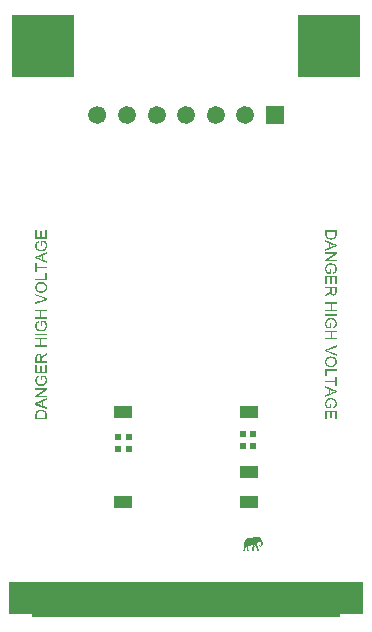
<source format=gts>
G04*
G04 #@! TF.GenerationSoftware,Altium Limited,Altium Designer,22.1.2 (22)*
G04*
G04 Layer_Color=8388736*
%FSLAX25Y25*%
%MOIN*%
G70*
G04*
G04 #@! TF.SameCoordinates,3B7FE2DD-F4B8-4A7D-B534-A0F5109E0913*
G04*
G04*
G04 #@! TF.FilePolarity,Negative*
G04*
G01*
G75*
%ADD17C,0.02958*%
%ADD18R,1.03150X0.11516*%
%ADD19R,1.18110X0.10630*%
%ADD20R,0.05984X0.04016*%
%ADD21R,0.02441X0.09134*%
%ADD22R,0.01929X0.02126*%
%ADD23C,0.05915*%
%ADD24R,0.05915X0.05915*%
%ADD25R,0.20945X0.20945*%
G36*
X23092Y25715D02*
X23225D01*
Y25682D01*
X23490D01*
Y25715D01*
X23821D01*
Y25682D01*
X24152D01*
Y25649D01*
X24351D01*
Y25616D01*
X24483D01*
Y25582D01*
X24516D01*
Y25549D01*
X24582D01*
Y25516D01*
X24649D01*
Y25483D01*
X24682D01*
Y25450D01*
X24715D01*
Y25417D01*
X24748D01*
Y25384D01*
X24781D01*
Y25351D01*
X24814D01*
Y25317D01*
X24847D01*
Y25284D01*
Y25251D01*
X24814D01*
Y25218D01*
Y25185D01*
X24847D01*
Y25218D01*
X24880D01*
Y25251D01*
X24913D01*
Y25218D01*
Y25185D01*
X24947D01*
Y25152D01*
Y25119D01*
X25013D01*
Y25086D01*
X24980D01*
Y25053D01*
X25046D01*
Y25019D01*
X25079D01*
Y24986D01*
Y24953D01*
Y24920D01*
X25112D01*
Y24887D01*
X25145D01*
Y24854D01*
Y24821D01*
X25178D01*
Y24788D01*
Y24755D01*
Y24722D01*
X25211D01*
Y24689D01*
Y24655D01*
X25245D01*
Y24622D01*
Y24589D01*
X25278D01*
Y24556D01*
Y24523D01*
X25311D01*
Y24490D01*
X25344D01*
Y24457D01*
Y24424D01*
X25377D01*
Y24390D01*
Y24357D01*
X25410D01*
Y24324D01*
X25443D01*
Y24291D01*
X25410D01*
Y24258D01*
X25443D01*
Y24225D01*
X25476D01*
Y24192D01*
Y24159D01*
Y24126D01*
X25509D01*
Y24092D01*
Y24059D01*
Y24026D01*
X25542D01*
Y23993D01*
Y23960D01*
Y23927D01*
Y23894D01*
Y23861D01*
X25576D01*
Y23828D01*
Y23795D01*
X26006D01*
Y23762D01*
X25973D01*
Y23728D01*
X25907D01*
Y23695D01*
X25774D01*
Y23662D01*
X25973D01*
Y23629D01*
X25940D01*
Y23596D01*
X25907D01*
Y23629D01*
X25874D01*
Y23596D01*
X25840D01*
Y23563D01*
X25609D01*
Y23530D01*
Y23497D01*
Y23463D01*
Y23430D01*
Y23397D01*
Y23364D01*
Y23331D01*
Y23298D01*
Y23265D01*
Y23232D01*
X25576D01*
Y23199D01*
Y23166D01*
Y23132D01*
Y23099D01*
X25542D01*
Y23066D01*
X25509D01*
Y23033D01*
X25542D01*
Y23000D01*
X25509D01*
Y22967D01*
X25476D01*
Y22934D01*
X25443D01*
Y22901D01*
X25476D01*
Y22868D01*
X25443D01*
Y22835D01*
Y22801D01*
X25410D01*
Y22835D01*
X25377D01*
Y22801D01*
X25410D01*
Y22768D01*
Y22735D01*
X25377D01*
Y22702D01*
X25344D01*
Y22669D01*
Y22636D01*
X25311D01*
Y22603D01*
X25245D01*
Y22570D01*
Y22536D01*
X25178D01*
Y22503D01*
X25145D01*
Y22470D01*
X25079D01*
Y22437D01*
X24980D01*
Y22404D01*
X24814D01*
Y22437D01*
X24715D01*
Y22470D01*
X24649D01*
Y22503D01*
X24615D01*
Y22536D01*
X24582D01*
Y22570D01*
X24549D01*
Y22603D01*
Y22636D01*
Y22669D01*
X24516D01*
Y22702D01*
Y22735D01*
X24483D01*
Y22768D01*
Y22801D01*
Y22835D01*
Y22868D01*
X24516D01*
Y22901D01*
X24549D01*
Y22934D01*
X24516D01*
Y22967D01*
X24549D01*
Y23000D01*
Y23033D01*
X24582D01*
Y23066D01*
X24615D01*
Y23099D01*
X24649D01*
Y23132D01*
X24748D01*
Y23099D01*
X24781D01*
Y23066D01*
Y23033D01*
X24748D01*
Y23000D01*
X24781D01*
Y22967D01*
Y22934D01*
X24748D01*
Y22901D01*
X24715D01*
Y22868D01*
Y22835D01*
Y22801D01*
X24748D01*
Y22768D01*
X24814D01*
Y22735D01*
X24913D01*
Y22768D01*
X24980D01*
Y22801D01*
X25013D01*
Y22835D01*
X25046D01*
Y22868D01*
Y22901D01*
Y22934D01*
X25079D01*
Y22967D01*
X25112D01*
Y23000D01*
X25079D01*
Y23033D01*
X25112D01*
Y23066D01*
Y23099D01*
Y23132D01*
Y23166D01*
Y23199D01*
Y23232D01*
Y23265D01*
Y23298D01*
Y23331D01*
Y23364D01*
Y23397D01*
Y23430D01*
X25145D01*
Y23463D01*
X25112D01*
Y23497D01*
Y23530D01*
X25079D01*
Y23563D01*
Y23596D01*
X25046D01*
Y23629D01*
Y23662D01*
Y23695D01*
X25013D01*
Y23728D01*
Y23762D01*
X24980D01*
Y23795D01*
Y23828D01*
X24947D01*
Y23861D01*
X24748D01*
Y23828D01*
X24649D01*
Y23861D01*
X24615D01*
Y23894D01*
X24549D01*
Y23927D01*
X24516D01*
Y23960D01*
X24450D01*
Y23993D01*
X24218D01*
Y23960D01*
X24185D01*
Y23927D01*
X24119D01*
Y23894D01*
Y23861D01*
X24020D01*
Y23828D01*
Y23795D01*
X23953D01*
Y23762D01*
X23887D01*
Y23795D01*
X23854D01*
Y23762D01*
X23788D01*
Y23795D01*
X23722D01*
Y23828D01*
X23655D01*
Y23861D01*
X23589D01*
Y23894D01*
Y23927D01*
X23556D01*
Y23894D01*
X23523D01*
Y23927D01*
X23490D01*
Y23960D01*
X23457D01*
Y23993D01*
Y24026D01*
X23490D01*
Y24059D01*
X23424D01*
Y24026D01*
Y23993D01*
X23391D01*
Y24026D01*
X23357D01*
Y24059D01*
X23324D01*
Y24092D01*
X23291D01*
Y24126D01*
X23258D01*
Y24159D01*
X23225D01*
Y24192D01*
X23192D01*
Y24225D01*
X23159D01*
Y24258D01*
Y24291D01*
X23126D01*
Y24324D01*
X23092D01*
Y24357D01*
X23059D01*
Y24390D01*
Y24424D01*
X23026D01*
Y24457D01*
X22993D01*
Y24490D01*
Y24523D01*
X22960D01*
Y24490D01*
Y24457D01*
X22993D01*
Y24424D01*
Y24390D01*
X23026D01*
Y24357D01*
Y24324D01*
X23059D01*
Y24291D01*
X23092D01*
Y24258D01*
X23126D01*
Y24225D01*
Y24192D01*
X23159D01*
Y24159D01*
X23192D01*
Y24126D01*
X23225D01*
Y24092D01*
X23258D01*
Y24059D01*
X23291D01*
Y24026D01*
X23357D01*
Y23993D01*
X23391D01*
Y23960D01*
X23424D01*
Y23927D01*
X23457D01*
Y23894D01*
X23523D01*
Y23861D01*
X23556D01*
Y23828D01*
Y23795D01*
X23622D01*
Y23762D01*
Y23728D01*
Y23695D01*
Y23662D01*
Y23629D01*
Y23596D01*
Y23563D01*
Y23530D01*
X23655D01*
Y23497D01*
Y23463D01*
Y23430D01*
Y23397D01*
Y23364D01*
Y23331D01*
Y23298D01*
Y23265D01*
X23688D01*
Y23232D01*
X23722D01*
Y23199D01*
Y23166D01*
Y23132D01*
X23755D01*
Y23099D01*
Y23066D01*
X23788D01*
Y23033D01*
Y23000D01*
Y22967D01*
Y22934D01*
Y22901D01*
X23821D01*
Y22868D01*
Y22835D01*
Y22801D01*
X23854D01*
Y22768D01*
Y22735D01*
X23821D01*
Y22702D01*
X23854D01*
Y22669D01*
X23887D01*
Y22636D01*
Y22603D01*
X23854D01*
Y22570D01*
X23887D01*
Y22536D01*
Y22503D01*
X23920D01*
Y22470D01*
Y22437D01*
Y22404D01*
X23953D01*
Y22371D01*
Y22338D01*
Y22305D01*
Y22272D01*
X23986D01*
Y22239D01*
Y22205D01*
Y22172D01*
X24020D01*
Y22139D01*
X23986D01*
Y22106D01*
X24020D01*
Y22073D01*
X24053D01*
Y22040D01*
Y22007D01*
Y21974D01*
X24086D01*
Y21941D01*
Y21907D01*
Y21874D01*
X24119D01*
Y21841D01*
X24086D01*
Y21808D01*
X24119D01*
Y21775D01*
Y21742D01*
X24152D01*
Y21709D01*
X24119D01*
Y21676D01*
X24152D01*
Y21643D01*
Y21610D01*
Y21576D01*
Y21543D01*
Y21510D01*
X24185D01*
Y21477D01*
Y21444D01*
Y21411D01*
X24218D01*
Y21378D01*
Y21345D01*
X24251D01*
Y21312D01*
Y21278D01*
X24284D01*
Y21245D01*
Y21212D01*
X24317D01*
Y21179D01*
X24351D01*
Y21146D01*
Y21113D01*
X24384D01*
Y21080D01*
X24417D01*
Y21047D01*
X24450D01*
Y21014D01*
Y20980D01*
X24417D01*
Y20947D01*
X24317D01*
Y20914D01*
X24020D01*
Y20881D01*
X23986D01*
Y20914D01*
X23755D01*
Y20947D01*
Y20980D01*
X23722D01*
Y21014D01*
Y21047D01*
Y21080D01*
Y21113D01*
X23755D01*
Y21146D01*
Y21179D01*
X23788D01*
Y21212D01*
X23821D01*
Y21245D01*
Y21278D01*
X23788D01*
Y21312D01*
Y21345D01*
Y21378D01*
X23755D01*
Y21411D01*
Y21444D01*
Y21477D01*
X23722D01*
Y21510D01*
Y21543D01*
Y21576D01*
X23688D01*
Y21610D01*
Y21643D01*
X23655D01*
Y21676D01*
Y21709D01*
X23622D01*
Y21742D01*
Y21775D01*
X23589D01*
Y21808D01*
Y21841D01*
X23556D01*
Y21874D01*
X23523D01*
Y21907D01*
Y21941D01*
X23490D01*
Y21974D01*
X23523D01*
Y22007D01*
X23457D01*
Y22040D01*
Y22073D01*
Y22106D01*
X23391D01*
Y22139D01*
Y22172D01*
X23357D01*
Y22205D01*
Y22239D01*
X23324D01*
Y22272D01*
X23291D01*
Y22305D01*
X23357D01*
Y22338D01*
X23258D01*
Y22371D01*
X23225D01*
Y22404D01*
Y22437D01*
X23192D01*
Y22470D01*
X23159D01*
Y22503D01*
X23126D01*
Y22536D01*
X23092D01*
Y22570D01*
X23059D01*
Y22603D01*
X23026D01*
Y22636D01*
X22993D01*
Y22669D01*
X22960D01*
Y22702D01*
X22927D01*
Y22735D01*
X22894D01*
Y22768D01*
X22861D01*
Y22801D01*
Y22835D01*
X22828D01*
Y22868D01*
X22795D01*
Y22901D01*
Y22934D01*
X22761D01*
Y22967D01*
X22728D01*
Y23000D01*
Y23033D01*
X22695D01*
Y23066D01*
Y23099D01*
X22662D01*
Y23132D01*
Y23166D01*
X22629D01*
Y23132D01*
Y23099D01*
X22662D01*
Y23066D01*
Y23033D01*
X22695D01*
Y23000D01*
Y22967D01*
X22728D01*
Y22934D01*
Y22901D01*
X22761D01*
Y22868D01*
X22795D01*
Y22835D01*
Y22801D01*
X22828D01*
Y22768D01*
X22861D01*
Y22735D01*
Y22702D01*
X22894D01*
Y22669D01*
Y22636D01*
Y22603D01*
Y22570D01*
X22861D01*
Y22536D01*
Y22503D01*
Y22470D01*
X22828D01*
Y22437D01*
Y22404D01*
Y22371D01*
X22795D01*
Y22338D01*
Y22305D01*
X22761D01*
Y22272D01*
Y22239D01*
Y22205D01*
X22728D01*
Y22172D01*
Y22139D01*
Y22106D01*
X22695D01*
Y22073D01*
Y22040D01*
Y22007D01*
Y21974D01*
X22662D01*
Y21941D01*
Y21907D01*
Y21874D01*
Y21841D01*
X22629D01*
Y21808D01*
Y21775D01*
Y21742D01*
X22596D01*
Y21709D01*
Y21676D01*
X22563D01*
Y21643D01*
Y21610D01*
Y21576D01*
X22530D01*
Y21543D01*
Y21510D01*
X22497D01*
Y21477D01*
Y21444D01*
Y21411D01*
Y21378D01*
Y21345D01*
X22464D01*
Y21312D01*
Y21278D01*
X22497D01*
Y21245D01*
Y21212D01*
Y21179D01*
X22530D01*
Y21146D01*
X22563D01*
Y21113D01*
X22596D01*
Y21080D01*
X22629D01*
Y21047D01*
X22662D01*
Y21014D01*
Y20980D01*
X22695D01*
Y20947D01*
Y20914D01*
Y20881D01*
X22629D01*
Y20848D01*
X22199D01*
Y20881D01*
X22099D01*
Y20848D01*
X21934D01*
Y20881D01*
X21901D01*
Y20914D01*
Y20947D01*
Y20980D01*
Y21014D01*
X21934D01*
Y21047D01*
Y21080D01*
X21967D01*
Y21113D01*
X22033D01*
Y21146D01*
Y21179D01*
Y21212D01*
X22066D01*
Y21245D01*
X22033D01*
Y21278D01*
Y21312D01*
Y21345D01*
Y21378D01*
Y21411D01*
Y21444D01*
Y21477D01*
Y21510D01*
Y21543D01*
Y21576D01*
Y21610D01*
X22066D01*
Y21643D01*
Y21676D01*
Y21709D01*
Y21742D01*
Y21775D01*
Y21808D01*
Y21841D01*
Y21874D01*
X22099D01*
Y21907D01*
Y21941D01*
Y21974D01*
Y22007D01*
Y22040D01*
X22132D01*
Y22073D01*
Y22106D01*
Y22139D01*
Y22172D01*
Y22205D01*
Y22239D01*
X22165D01*
Y22272D01*
Y22305D01*
Y22338D01*
Y22371D01*
Y22404D01*
Y22437D01*
Y22470D01*
Y22503D01*
Y22536D01*
Y22570D01*
Y22603D01*
Y22636D01*
X22199D01*
Y22669D01*
X22165D01*
Y22702D01*
Y22735D01*
Y22768D01*
Y22801D01*
Y22835D01*
Y22868D01*
Y22901D01*
Y22934D01*
X22132D01*
Y22967D01*
Y23000D01*
Y23033D01*
X22066D01*
Y23000D01*
X22000D01*
Y22967D01*
X21934D01*
Y22934D01*
X21868D01*
Y22901D01*
X21768D01*
Y22868D01*
X21669D01*
Y22835D01*
X21503D01*
Y22801D01*
X21437D01*
Y22835D01*
X21338D01*
Y22801D01*
X21106D01*
Y22835D01*
X21073D01*
Y22801D01*
X21106D01*
Y22768D01*
X21040D01*
Y22735D01*
Y22702D01*
X21007D01*
Y22669D01*
X20974D01*
Y22636D01*
X20941D01*
Y22603D01*
X20908D01*
Y22570D01*
X20874D01*
Y22536D01*
X20841D01*
Y22503D01*
X20808D01*
Y22470D01*
X20775D01*
Y22437D01*
Y22404D01*
X20742D01*
Y22371D01*
Y22338D01*
Y22305D01*
X20709D01*
Y22272D01*
Y22239D01*
X20676D01*
Y22205D01*
Y22172D01*
Y22139D01*
X20643D01*
Y22106D01*
Y22073D01*
Y22040D01*
Y22007D01*
X20676D01*
Y21974D01*
Y21941D01*
Y21907D01*
Y21874D01*
Y21841D01*
Y21808D01*
Y21775D01*
Y21742D01*
Y21709D01*
Y21676D01*
Y21643D01*
Y21610D01*
Y21576D01*
Y21543D01*
Y21510D01*
Y21477D01*
X20709D01*
Y21444D01*
Y21411D01*
Y21378D01*
X20742D01*
Y21345D01*
Y21312D01*
X20775D01*
Y21278D01*
X20808D01*
Y21245D01*
X20841D01*
Y21212D01*
X20874D01*
Y21179D01*
X20908D01*
Y21146D01*
X20941D01*
Y21113D01*
X20974D01*
Y21080D01*
X21007D01*
Y21047D01*
Y21014D01*
Y20980D01*
X20974D01*
Y20947D01*
X20245D01*
Y20980D01*
X20179D01*
Y21014D01*
Y21047D01*
Y21080D01*
Y21113D01*
Y21146D01*
Y21179D01*
Y21212D01*
Y21245D01*
Y21278D01*
Y21312D01*
Y21345D01*
Y21378D01*
Y21411D01*
Y21444D01*
X20212D01*
Y21477D01*
Y21510D01*
Y21543D01*
Y21576D01*
Y21610D01*
X20245D01*
Y21643D01*
Y21676D01*
Y21709D01*
Y21742D01*
Y21775D01*
Y21808D01*
Y21841D01*
Y21874D01*
Y21907D01*
Y21941D01*
Y21974D01*
Y22007D01*
Y22040D01*
Y22073D01*
Y22106D01*
Y22139D01*
X20212D01*
Y22172D01*
Y22205D01*
Y22239D01*
Y22272D01*
Y22305D01*
Y22338D01*
Y22371D01*
X20179D01*
Y22404D01*
X20146D01*
Y22437D01*
X20113D01*
Y22470D01*
X20146D01*
Y22503D01*
X20179D01*
Y22536D01*
X20212D01*
Y22570D01*
X20245D01*
Y22603D01*
X20278D01*
Y22636D01*
Y22669D01*
X20312D01*
Y22702D01*
X20378D01*
Y22735D01*
Y22768D01*
Y22801D01*
X20345D01*
Y22768D01*
X20312D01*
Y22735D01*
X20278D01*
Y22702D01*
X20245D01*
Y22669D01*
Y22636D01*
X20212D01*
Y22603D01*
X20179D01*
Y22636D01*
X20113D01*
Y22603D01*
X20179D01*
Y22570D01*
X20146D01*
Y22536D01*
X20113D01*
Y22503D01*
X20080D01*
Y22470D01*
Y22437D01*
X20047D01*
Y22404D01*
X20014D01*
Y22371D01*
X19981D01*
Y22338D01*
X19947D01*
Y22305D01*
Y22272D01*
X19914D01*
Y22239D01*
X19881D01*
Y22205D01*
Y22172D01*
X19848D01*
Y22139D01*
Y22106D01*
X19782D01*
Y22073D01*
X19815D01*
Y22040D01*
X19782D01*
Y22007D01*
X19749D01*
Y21974D01*
Y21941D01*
Y21907D01*
X19716D01*
Y21874D01*
Y21841D01*
X19682D01*
Y21808D01*
Y21775D01*
X19649D01*
Y21742D01*
X19682D01*
Y21709D01*
X19649D01*
Y21676D01*
Y21643D01*
Y21610D01*
Y21576D01*
X19616D01*
Y21610D01*
X19583D01*
Y21576D01*
X19616D01*
Y21543D01*
Y21510D01*
Y21477D01*
Y21444D01*
X19583D01*
Y21411D01*
Y21378D01*
Y21345D01*
X19550D01*
Y21312D01*
Y21278D01*
Y21245D01*
X19517D01*
Y21212D01*
X19550D01*
Y21179D01*
Y21146D01*
Y21113D01*
X19583D01*
Y21080D01*
X19550D01*
Y21113D01*
X19517D01*
Y21080D01*
X19550D01*
Y21047D01*
Y21014D01*
Y20980D01*
X19484D01*
Y20947D01*
X19451D01*
Y20980D01*
X19153D01*
Y21014D01*
X19120D01*
Y21047D01*
X19087D01*
Y21080D01*
Y21113D01*
X19053D01*
Y21146D01*
Y21179D01*
Y21212D01*
Y21245D01*
Y21278D01*
Y21312D01*
X19087D01*
Y21345D01*
Y21378D01*
X19120D01*
Y21411D01*
X19153D01*
Y21444D01*
X19186D01*
Y21477D01*
X19219D01*
Y21444D01*
X19252D01*
Y21477D01*
X19219D01*
Y21510D01*
Y21543D01*
Y21576D01*
Y21610D01*
X19252D01*
Y21643D01*
Y21676D01*
Y21709D01*
X19285D01*
Y21742D01*
Y21775D01*
X19318D01*
Y21808D01*
Y21841D01*
X19252D01*
Y21808D01*
X19219D01*
Y21841D01*
Y21874D01*
X19153D01*
Y21907D01*
Y21941D01*
X19186D01*
Y21974D01*
Y22007D01*
Y22040D01*
Y22073D01*
Y22106D01*
X19219D01*
Y22139D01*
Y22172D01*
Y22205D01*
X19252D01*
Y22239D01*
Y22272D01*
Y22305D01*
Y22338D01*
X19285D01*
Y22371D01*
Y22404D01*
Y22437D01*
X19318D01*
Y22470D01*
Y22503D01*
Y22536D01*
X19351D01*
Y22570D01*
Y22603D01*
Y22636D01*
Y22669D01*
X19385D01*
Y22636D01*
X19418D01*
Y22603D01*
Y22570D01*
Y22536D01*
Y22503D01*
X19385D01*
Y22470D01*
Y22437D01*
Y22404D01*
Y22371D01*
X19351D01*
Y22338D01*
Y22305D01*
Y22272D01*
X19318D01*
Y22239D01*
Y22205D01*
Y22172D01*
Y22139D01*
Y22106D01*
Y22073D01*
Y22040D01*
Y22007D01*
Y21974D01*
Y21941D01*
Y21907D01*
X19285D01*
Y21874D01*
X19351D01*
Y21907D01*
Y21941D01*
Y21974D01*
X19385D01*
Y22007D01*
Y22040D01*
Y22073D01*
Y22106D01*
X19418D01*
Y22139D01*
Y22172D01*
Y22205D01*
Y22239D01*
Y22272D01*
X19451D01*
Y22305D01*
Y22338D01*
Y22371D01*
Y22404D01*
Y22437D01*
Y22470D01*
Y22503D01*
Y22536D01*
Y22570D01*
Y22603D01*
Y22636D01*
Y22669D01*
X19418D01*
Y22702D01*
X19385D01*
Y22735D01*
Y22768D01*
Y22801D01*
X19418D01*
Y22835D01*
Y22868D01*
Y22901D01*
Y22934D01*
Y22967D01*
Y23000D01*
Y23033D01*
Y23066D01*
X19451D01*
Y23099D01*
Y23132D01*
Y23166D01*
Y23199D01*
Y23232D01*
Y23265D01*
Y23298D01*
X19484D01*
Y23331D01*
Y23364D01*
Y23397D01*
Y23430D01*
Y23463D01*
Y23497D01*
Y23530D01*
Y23563D01*
Y23596D01*
Y23629D01*
Y23662D01*
Y23695D01*
Y23728D01*
Y23762D01*
Y23795D01*
Y23828D01*
Y23861D01*
Y23894D01*
Y23927D01*
X19517D01*
Y23960D01*
Y23993D01*
Y24026D01*
Y24059D01*
Y24092D01*
X19550D01*
Y24126D01*
Y24159D01*
X19583D01*
Y24192D01*
Y24225D01*
Y24258D01*
X19616D01*
Y24291D01*
X19649D01*
Y24324D01*
Y24357D01*
X19682D01*
Y24390D01*
Y24424D01*
X19749D01*
Y24457D01*
Y24490D01*
Y24523D01*
X19782D01*
Y24556D01*
X19815D01*
Y24589D01*
X19881D01*
Y24622D01*
X19848D01*
Y24655D01*
X19881D01*
Y24689D01*
X19914D01*
Y24722D01*
Y24755D01*
X19947D01*
Y24788D01*
X19981D01*
Y24821D01*
Y24854D01*
X20014D01*
Y24887D01*
X20047D01*
Y24920D01*
X20080D01*
Y24887D01*
X20113D01*
Y24920D01*
X20080D01*
Y24953D01*
Y24986D01*
X20113D01*
Y25019D01*
X20146D01*
Y25053D01*
X20179D01*
Y25086D01*
X20212D01*
Y25119D01*
X20312D01*
Y25152D01*
Y25185D01*
X20345D01*
Y25152D01*
X20378D01*
Y25185D01*
Y25218D01*
X20444D01*
Y25251D01*
X20510D01*
Y25284D01*
X20643D01*
Y25317D01*
X20742D01*
Y25284D01*
X20775D01*
Y25317D01*
X20742D01*
Y25351D01*
X21007D01*
Y25384D01*
X21801D01*
Y25417D01*
X21967D01*
Y25450D01*
X22066D01*
Y25483D01*
X22165D01*
Y25516D01*
X22265D01*
Y25549D01*
X22397D01*
Y25582D01*
X22497D01*
Y25616D01*
X22629D01*
Y25649D01*
X22695D01*
Y25682D01*
X22795D01*
Y25715D01*
X22828D01*
Y25682D01*
X22861D01*
Y25715D01*
X22894D01*
Y25682D01*
X22927D01*
Y25715D01*
X22894D01*
Y25748D01*
X23092D01*
Y25715D01*
D02*
G37*
G36*
X26570Y169296D02*
X32485D01*
Y163381D01*
X26570D01*
Y169296D01*
D02*
G37*
G36*
X50188Y126487D02*
X50183Y126388D01*
X50177Y126279D01*
X50166Y126170D01*
X50150Y126061D01*
X50134Y125968D01*
Y125962D01*
X50128Y125952D01*
Y125935D01*
X50117Y125913D01*
X50101Y125853D01*
X50074Y125777D01*
X50036Y125689D01*
X49986Y125597D01*
X49932Y125504D01*
X49861Y125417D01*
X49855Y125411D01*
X49850Y125406D01*
X49834Y125389D01*
X49817Y125367D01*
X49762Y125313D01*
X49686Y125247D01*
X49593Y125176D01*
X49484Y125100D01*
X49358Y125029D01*
X49216Y124969D01*
X49211D01*
X49200Y124963D01*
X49178Y124952D01*
X49145Y124947D01*
X49107Y124931D01*
X49064Y124920D01*
X49014Y124909D01*
X48954Y124892D01*
X48894Y124876D01*
X48823Y124865D01*
X48671Y124838D01*
X48501Y124821D01*
X48316Y124816D01*
X48310D01*
X48299D01*
X48272D01*
X48245D01*
X48206Y124821D01*
X48163D01*
X48059Y124827D01*
X47939Y124843D01*
X47813Y124860D01*
X47682Y124887D01*
X47551Y124920D01*
X47546D01*
X47535Y124925D01*
X47518Y124931D01*
X47497Y124936D01*
X47436Y124958D01*
X47360Y124991D01*
X47273Y125023D01*
X47185Y125067D01*
X47093Y125122D01*
X47005Y125176D01*
X46994Y125182D01*
X46967Y125204D01*
X46929Y125236D01*
X46880Y125280D01*
X46825Y125329D01*
X46770Y125389D01*
X46710Y125449D01*
X46661Y125520D01*
X46656Y125531D01*
X46639Y125553D01*
X46617Y125591D01*
X46590Y125646D01*
X46558Y125711D01*
X46530Y125788D01*
X46497Y125875D01*
X46470Y125973D01*
Y125984D01*
X46465Y126001D01*
X46459Y126017D01*
X46454Y126072D01*
X46443Y126148D01*
X46432Y126235D01*
X46421Y126339D01*
X46415Y126454D01*
X46410Y126579D01*
Y127939D01*
X50188D01*
Y126487D01*
D02*
G37*
G36*
Y123101D02*
Y122555D01*
X46410Y121010D01*
Y121578D01*
X47557Y122020D01*
Y123604D01*
X46410Y124013D01*
Y124543D01*
X50188Y123101D01*
D02*
G37*
G36*
Y120098D02*
X47218Y118116D01*
X50188D01*
Y117636D01*
X46410D01*
Y118155D01*
X49375Y120131D01*
X46410D01*
Y120612D01*
X50188D01*
Y120098D01*
D02*
G37*
G36*
X48370Y116921D02*
X48419D01*
X48479Y116915D01*
X48539Y116904D01*
X48610Y116899D01*
X48687Y116883D01*
X48769Y116872D01*
X48943Y116828D01*
X49124Y116773D01*
X49304Y116697D01*
X49309Y116691D01*
X49326Y116686D01*
X49347Y116675D01*
X49380Y116653D01*
X49424Y116631D01*
X49468Y116604D01*
X49571Y116528D01*
X49692Y116435D01*
X49806Y116320D01*
X49921Y116189D01*
X49970Y116113D01*
X50019Y116036D01*
X50025Y116031D01*
X50030Y116014D01*
X50041Y115993D01*
X50057Y115960D01*
X50074Y115916D01*
X50095Y115867D01*
X50117Y115812D01*
X50139Y115747D01*
X50161Y115676D01*
X50177Y115599D01*
X50199Y115517D01*
X50216Y115430D01*
X50243Y115239D01*
X50254Y115141D01*
Y114966D01*
X50248Y114933D01*
Y114890D01*
X50238Y114786D01*
X50221Y114671D01*
X50194Y114551D01*
X50161Y114420D01*
X50117Y114295D01*
Y114289D01*
X50112Y114278D01*
X50107Y114262D01*
X50095Y114240D01*
X50063Y114180D01*
X50025Y114103D01*
X49970Y114022D01*
X49904Y113934D01*
X49834Y113852D01*
X49746Y113776D01*
X49735Y113765D01*
X49702Y113743D01*
X49653Y113710D01*
X49582Y113667D01*
X49495Y113623D01*
X49386Y113574D01*
X49266Y113525D01*
X49129Y113486D01*
X49009Y113940D01*
X49014D01*
X49020Y113945D01*
X49036Y113951D01*
X49058Y113956D01*
X49107Y113972D01*
X49173Y113994D01*
X49249Y114027D01*
X49320Y114065D01*
X49397Y114103D01*
X49462Y114153D01*
X49468Y114158D01*
X49490Y114174D01*
X49517Y114207D01*
X49555Y114245D01*
X49599Y114295D01*
X49642Y114360D01*
X49686Y114431D01*
X49724Y114513D01*
X49730Y114524D01*
X49741Y114551D01*
X49757Y114600D01*
X49779Y114666D01*
X49795Y114742D01*
X49812Y114830D01*
X49823Y114928D01*
X49828Y115032D01*
Y115092D01*
X49823Y115119D01*
Y115152D01*
X49817Y115234D01*
X49801Y115326D01*
X49784Y115430D01*
X49757Y115529D01*
X49719Y115627D01*
X49713Y115638D01*
X49702Y115670D01*
X49675Y115714D01*
X49648Y115769D01*
X49604Y115834D01*
X49560Y115905D01*
X49506Y115971D01*
X49446Y116031D01*
X49440Y116036D01*
X49419Y116058D01*
X49380Y116085D01*
X49337Y116118D01*
X49282Y116156D01*
X49216Y116195D01*
X49145Y116233D01*
X49069Y116271D01*
X49064D01*
X49053Y116277D01*
X49036Y116282D01*
X49009Y116293D01*
X48976Y116304D01*
X48938Y116315D01*
X48894Y116331D01*
X48845Y116342D01*
X48730Y116369D01*
X48599Y116391D01*
X48463Y116408D01*
X48310Y116413D01*
X48305D01*
X48288D01*
X48261D01*
X48228Y116408D01*
X48184D01*
X48130Y116402D01*
X48075Y116397D01*
X48015Y116391D01*
X47879Y116369D01*
X47737Y116342D01*
X47595Y116298D01*
X47458Y116244D01*
X47453D01*
X47442Y116233D01*
X47426Y116227D01*
X47404Y116211D01*
X47344Y116173D01*
X47267Y116113D01*
X47185Y116042D01*
X47104Y115954D01*
X47027Y115851D01*
X46956Y115736D01*
Y115731D01*
X46951Y115720D01*
X46940Y115703D01*
X46929Y115676D01*
X46918Y115649D01*
X46907Y115610D01*
X46874Y115523D01*
X46847Y115414D01*
X46819Y115294D01*
X46798Y115163D01*
X46792Y115026D01*
Y114971D01*
X46798Y114939D01*
Y114906D01*
X46809Y114824D01*
X46819Y114726D01*
X46841Y114622D01*
X46874Y114507D01*
X46912Y114393D01*
Y114387D01*
X46918Y114376D01*
X46923Y114365D01*
X46934Y114344D01*
X46962Y114284D01*
X46994Y114218D01*
X47032Y114142D01*
X47076Y114060D01*
X47125Y113983D01*
X47180Y113918D01*
X47890D01*
Y115032D01*
X48337D01*
Y113426D01*
X46934D01*
X46929Y113432D01*
X46923Y113443D01*
X46907Y113465D01*
X46885Y113492D01*
X46863Y113525D01*
X46836Y113563D01*
X46803Y113612D01*
X46770Y113661D01*
X46699Y113776D01*
X46623Y113907D01*
X46552Y114043D01*
X46492Y114191D01*
Y114196D01*
X46486Y114207D01*
X46481Y114229D01*
X46470Y114256D01*
X46459Y114295D01*
X46443Y114338D01*
X46432Y114387D01*
X46421Y114436D01*
X46394Y114557D01*
X46366Y114693D01*
X46350Y114840D01*
X46345Y114993D01*
Y115048D01*
X46350Y115086D01*
Y115135D01*
X46355Y115195D01*
X46366Y115261D01*
X46372Y115332D01*
X46405Y115490D01*
X46443Y115659D01*
X46503Y115834D01*
X46536Y115922D01*
X46579Y116009D01*
X46585Y116014D01*
X46590Y116031D01*
X46607Y116053D01*
X46623Y116085D01*
X46650Y116124D01*
X46678Y116162D01*
X46754Y116266D01*
X46852Y116375D01*
X46972Y116489D01*
X47109Y116599D01*
X47267Y116697D01*
X47273D01*
X47289Y116708D01*
X47311Y116719D01*
X47349Y116735D01*
X47387Y116752D01*
X47442Y116768D01*
X47497Y116790D01*
X47562Y116812D01*
X47633Y116833D01*
X47715Y116855D01*
X47797Y116872D01*
X47884Y116888D01*
X48075Y116915D01*
X48277Y116926D01*
X48283D01*
X48305D01*
X48332D01*
X48370Y116921D01*
D02*
G37*
G36*
X50188Y109948D02*
X49741D01*
Y112181D01*
X48589D01*
Y110090D01*
X48141D01*
Y112181D01*
X46858D01*
Y109861D01*
X46410D01*
Y112684D01*
X50188D01*
Y109948D01*
D02*
G37*
G36*
Y107409D02*
X50183Y107366D01*
Y107317D01*
X50177Y107202D01*
X50161Y107082D01*
X50145Y106951D01*
X50117Y106831D01*
X50101Y106771D01*
X50085Y106721D01*
Y106716D01*
X50079Y106711D01*
X50063Y106678D01*
X50041Y106629D01*
X50003Y106569D01*
X49954Y106503D01*
X49888Y106432D01*
X49812Y106367D01*
X49724Y106301D01*
X49719D01*
X49713Y106296D01*
X49681Y106274D01*
X49626Y106252D01*
X49555Y106219D01*
X49473Y106192D01*
X49375Y106165D01*
X49271Y106148D01*
X49156Y106143D01*
X49151D01*
X49140D01*
X49118D01*
X49091Y106148D01*
X49053D01*
X49014Y106154D01*
X48922Y106175D01*
X48812Y106208D01*
X48698Y106252D01*
X48583Y106317D01*
X48529Y106361D01*
X48474Y106405D01*
X48469Y106410D01*
X48463Y106416D01*
X48447Y106432D01*
X48430Y106454D01*
X48408Y106481D01*
X48387Y106514D01*
X48359Y106558D01*
X48327Y106601D01*
X48299Y106656D01*
X48272Y106716D01*
X48239Y106781D01*
X48212Y106852D01*
X48190Y106934D01*
X48163Y107016D01*
X48146Y107109D01*
X48130Y107207D01*
X48125Y107196D01*
X48114Y107175D01*
X48092Y107142D01*
X48070Y107098D01*
X48010Y107000D01*
X47972Y106951D01*
X47939Y106907D01*
X47928Y106896D01*
X47901Y106869D01*
X47857Y106825D01*
X47802Y106771D01*
X47726Y106711D01*
X47644Y106640D01*
X47546Y106569D01*
X47436Y106492D01*
X46410Y105842D01*
Y106465D01*
X47196Y106962D01*
X47202D01*
X47213Y106973D01*
X47229Y106984D01*
X47251Y107000D01*
X47311Y107038D01*
X47387Y107087D01*
X47469Y107147D01*
X47557Y107207D01*
X47638Y107267D01*
X47715Y107322D01*
X47720Y107327D01*
X47742Y107344D01*
X47775Y107371D01*
X47813Y107409D01*
X47895Y107491D01*
X47933Y107535D01*
X47966Y107579D01*
X47972Y107584D01*
X47977Y107595D01*
X47988Y107617D01*
X48004Y107650D01*
X48021Y107682D01*
X48037Y107721D01*
X48064Y107808D01*
Y107814D01*
X48070Y107824D01*
Y107846D01*
X48075Y107873D01*
X48081Y107912D01*
Y107955D01*
X48086Y108016D01*
Y108660D01*
X46410D01*
Y109162D01*
X50188D01*
Y107409D01*
D02*
G37*
G36*
Y103369D02*
X48638D01*
Y101414D01*
X50188D01*
Y100912D01*
X46410D01*
Y101414D01*
X48190D01*
Y103369D01*
X46410D01*
Y103871D01*
X50188D01*
Y103369D01*
D02*
G37*
G36*
Y99492D02*
X46410D01*
Y99995D01*
X50188D01*
Y99492D01*
D02*
G37*
G36*
X48370Y98734D02*
X48419D01*
X48479Y98728D01*
X48539Y98717D01*
X48610Y98712D01*
X48687Y98695D01*
X48769Y98684D01*
X48943Y98641D01*
X49124Y98586D01*
X49304Y98510D01*
X49309Y98504D01*
X49326Y98499D01*
X49347Y98488D01*
X49380Y98466D01*
X49424Y98444D01*
X49468Y98417D01*
X49571Y98340D01*
X49692Y98248D01*
X49806Y98133D01*
X49921Y98002D01*
X49970Y97925D01*
X50019Y97849D01*
X50025Y97843D01*
X50030Y97827D01*
X50041Y97805D01*
X50057Y97773D01*
X50074Y97729D01*
X50095Y97680D01*
X50117Y97625D01*
X50139Y97560D01*
X50161Y97489D01*
X50177Y97412D01*
X50199Y97330D01*
X50216Y97243D01*
X50243Y97052D01*
X50254Y96953D01*
Y96779D01*
X50248Y96746D01*
Y96702D01*
X50238Y96599D01*
X50221Y96484D01*
X50194Y96364D01*
X50161Y96233D01*
X50117Y96107D01*
Y96102D01*
X50112Y96091D01*
X50107Y96074D01*
X50095Y96053D01*
X50063Y95993D01*
X50025Y95916D01*
X49970Y95834D01*
X49904Y95747D01*
X49834Y95665D01*
X49746Y95588D01*
X49735Y95578D01*
X49702Y95556D01*
X49653Y95523D01*
X49582Y95479D01*
X49495Y95436D01*
X49386Y95386D01*
X49266Y95337D01*
X49129Y95299D01*
X49009Y95752D01*
X49014D01*
X49020Y95758D01*
X49036Y95763D01*
X49058Y95769D01*
X49107Y95785D01*
X49173Y95807D01*
X49249Y95840D01*
X49320Y95878D01*
X49397Y95916D01*
X49462Y95965D01*
X49468Y95971D01*
X49490Y95987D01*
X49517Y96020D01*
X49555Y96058D01*
X49599Y96107D01*
X49642Y96173D01*
X49686Y96244D01*
X49724Y96326D01*
X49730Y96337D01*
X49741Y96364D01*
X49757Y96413D01*
X49779Y96478D01*
X49795Y96555D01*
X49812Y96642D01*
X49823Y96741D01*
X49828Y96844D01*
Y96904D01*
X49823Y96932D01*
Y96965D01*
X49817Y97046D01*
X49801Y97139D01*
X49784Y97243D01*
X49757Y97341D01*
X49719Y97439D01*
X49713Y97450D01*
X49702Y97483D01*
X49675Y97527D01*
X49648Y97581D01*
X49604Y97647D01*
X49560Y97718D01*
X49506Y97783D01*
X49446Y97843D01*
X49440Y97849D01*
X49419Y97871D01*
X49380Y97898D01*
X49337Y97931D01*
X49282Y97969D01*
X49216Y98007D01*
X49145Y98045D01*
X49069Y98084D01*
X49064D01*
X49053Y98089D01*
X49036Y98095D01*
X49009Y98106D01*
X48976Y98116D01*
X48938Y98127D01*
X48894Y98144D01*
X48845Y98155D01*
X48730Y98182D01*
X48599Y98204D01*
X48463Y98220D01*
X48310Y98226D01*
X48305D01*
X48288D01*
X48261D01*
X48228Y98220D01*
X48184D01*
X48130Y98215D01*
X48075Y98209D01*
X48015Y98204D01*
X47879Y98182D01*
X47737Y98155D01*
X47595Y98111D01*
X47458Y98057D01*
X47453D01*
X47442Y98045D01*
X47426Y98040D01*
X47404Y98024D01*
X47344Y97986D01*
X47267Y97925D01*
X47185Y97854D01*
X47104Y97767D01*
X47027Y97663D01*
X46956Y97549D01*
Y97543D01*
X46951Y97532D01*
X46940Y97516D01*
X46929Y97489D01*
X46918Y97461D01*
X46907Y97423D01*
X46874Y97336D01*
X46847Y97227D01*
X46819Y97106D01*
X46798Y96975D01*
X46792Y96839D01*
Y96784D01*
X46798Y96751D01*
Y96719D01*
X46809Y96637D01*
X46819Y96539D01*
X46841Y96435D01*
X46874Y96320D01*
X46912Y96206D01*
Y96200D01*
X46918Y96189D01*
X46923Y96178D01*
X46934Y96156D01*
X46962Y96096D01*
X46994Y96031D01*
X47032Y95954D01*
X47076Y95872D01*
X47125Y95796D01*
X47180Y95731D01*
X47890D01*
Y96844D01*
X48337D01*
Y95239D01*
X46934D01*
X46929Y95245D01*
X46923Y95256D01*
X46907Y95277D01*
X46885Y95305D01*
X46863Y95337D01*
X46836Y95376D01*
X46803Y95425D01*
X46770Y95474D01*
X46699Y95588D01*
X46623Y95720D01*
X46552Y95856D01*
X46492Y96004D01*
Y96009D01*
X46486Y96020D01*
X46481Y96042D01*
X46470Y96069D01*
X46459Y96107D01*
X46443Y96151D01*
X46432Y96200D01*
X46421Y96249D01*
X46394Y96369D01*
X46366Y96506D01*
X46350Y96653D01*
X46345Y96806D01*
Y96861D01*
X46350Y96899D01*
Y96948D01*
X46355Y97008D01*
X46366Y97074D01*
X46372Y97145D01*
X46405Y97303D01*
X46443Y97472D01*
X46503Y97647D01*
X46536Y97734D01*
X46579Y97822D01*
X46585Y97827D01*
X46590Y97843D01*
X46607Y97865D01*
X46623Y97898D01*
X46650Y97936D01*
X46678Y97975D01*
X46754Y98078D01*
X46852Y98188D01*
X46972Y98302D01*
X47109Y98411D01*
X47267Y98510D01*
X47273D01*
X47289Y98521D01*
X47311Y98532D01*
X47349Y98548D01*
X47387Y98564D01*
X47442Y98581D01*
X47497Y98602D01*
X47562Y98624D01*
X47633Y98646D01*
X47715Y98668D01*
X47797Y98684D01*
X47884Y98701D01*
X48075Y98728D01*
X48277Y98739D01*
X48283D01*
X48305D01*
X48332D01*
X48370Y98734D01*
D02*
G37*
G36*
X50188Y93983D02*
X48638D01*
Y92029D01*
X50188D01*
Y91526D01*
X46410D01*
Y92029D01*
X48190D01*
Y93983D01*
X46410D01*
Y94486D01*
X50188D01*
Y93983D01*
D02*
G37*
G36*
Y89069D02*
X47442Y88086D01*
X47436D01*
X47426Y88081D01*
X47409Y88076D01*
X47387Y88065D01*
X47355Y88059D01*
X47322Y88048D01*
X47240Y88021D01*
X47147Y87988D01*
X47043Y87955D01*
X46825Y87890D01*
X46830D01*
X46841Y87884D01*
X46858Y87879D01*
X46880Y87874D01*
X46940Y87857D01*
X47022Y87830D01*
X47114Y87803D01*
X47218Y87770D01*
X47327Y87732D01*
X47442Y87688D01*
X50188Y86661D01*
Y86154D01*
X46410Y87628D01*
Y88152D01*
X50188Y89615D01*
Y89069D01*
D02*
G37*
G36*
X48337Y85848D02*
X48403D01*
X48479Y85837D01*
X48572Y85826D01*
X48676Y85810D01*
X48785Y85788D01*
X48900Y85766D01*
X49020Y85733D01*
X49140Y85690D01*
X49266Y85640D01*
X49386Y85586D01*
X49506Y85515D01*
X49615Y85438D01*
X49719Y85351D01*
X49724Y85346D01*
X49741Y85329D01*
X49768Y85296D01*
X49801Y85258D01*
X49844Y85209D01*
X49888Y85149D01*
X49937Y85078D01*
X49986Y84996D01*
X50036Y84909D01*
X50085Y84811D01*
X50128Y84701D01*
X50172Y84587D01*
X50205Y84461D01*
X50232Y84330D01*
X50248Y84193D01*
X50254Y84046D01*
Y83997D01*
X50248Y83959D01*
Y83910D01*
X50243Y83860D01*
X50232Y83795D01*
X50221Y83729D01*
X50194Y83587D01*
X50150Y83424D01*
X50085Y83265D01*
X50046Y83183D01*
X50003Y83101D01*
X49997Y83096D01*
X49992Y83085D01*
X49975Y83063D01*
X49959Y83030D01*
X49932Y82998D01*
X49899Y82954D01*
X49823Y82861D01*
X49724Y82763D01*
X49604Y82654D01*
X49462Y82550D01*
X49304Y82463D01*
X49298D01*
X49282Y82452D01*
X49260Y82441D01*
X49227Y82430D01*
X49184Y82408D01*
X49135Y82392D01*
X49075Y82370D01*
X49009Y82348D01*
X48938Y82332D01*
X48862Y82310D01*
X48774Y82288D01*
X48687Y82272D01*
X48496Y82250D01*
X48288Y82239D01*
X48283D01*
X48261D01*
X48234D01*
X48190Y82244D01*
X48141D01*
X48081Y82250D01*
X48015Y82261D01*
X47944Y82266D01*
X47786Y82293D01*
X47611Y82337D01*
X47436Y82397D01*
X47349Y82430D01*
X47262Y82474D01*
X47256D01*
X47240Y82485D01*
X47218Y82495D01*
X47185Y82517D01*
X47147Y82539D01*
X47109Y82566D01*
X47005Y82643D01*
X46896Y82736D01*
X46781Y82845D01*
X46672Y82976D01*
X46574Y83129D01*
Y83134D01*
X46563Y83145D01*
X46552Y83173D01*
X46536Y83205D01*
X46519Y83244D01*
X46503Y83287D01*
X46481Y83342D01*
X46459Y83402D01*
X46437Y83467D01*
X46415Y83538D01*
X46383Y83697D01*
X46355Y83866D01*
X46345Y84046D01*
Y84101D01*
X46350Y84133D01*
Y84183D01*
X46361Y84237D01*
X46366Y84297D01*
X46377Y84368D01*
X46410Y84516D01*
X46454Y84674D01*
X46519Y84838D01*
X46558Y84920D01*
X46601Y85002D01*
X46607Y85007D01*
X46612Y85018D01*
X46628Y85040D01*
X46650Y85073D01*
X46672Y85105D01*
X46705Y85144D01*
X46787Y85236D01*
X46885Y85340D01*
X47005Y85449D01*
X47142Y85548D01*
X47300Y85640D01*
X47306D01*
X47322Y85651D01*
X47344Y85662D01*
X47376Y85673D01*
X47420Y85690D01*
X47469Y85706D01*
X47524Y85728D01*
X47584Y85744D01*
X47655Y85766D01*
X47726Y85788D01*
X47890Y85821D01*
X48059Y85842D01*
X48245Y85853D01*
X48250D01*
X48256D01*
X48288D01*
X48337Y85848D01*
D02*
G37*
G36*
X50188Y81114D02*
X46858D01*
Y79252D01*
X46410D01*
Y81616D01*
X50188D01*
Y81114D01*
D02*
G37*
G36*
Y75949D02*
X49741D01*
Y77194D01*
X46410D01*
Y77696D01*
X49741D01*
Y78941D01*
X50188D01*
Y75949D01*
D02*
G37*
G36*
Y74404D02*
Y73858D01*
X46410Y72313D01*
Y72880D01*
X47557Y73323D01*
Y74906D01*
X46410Y75316D01*
Y75845D01*
X50188Y74404D01*
D02*
G37*
G36*
X48370Y72034D02*
X48419D01*
X48479Y72029D01*
X48539Y72018D01*
X48610Y72012D01*
X48687Y71996D01*
X48769Y71985D01*
X48943Y71941D01*
X49124Y71887D01*
X49304Y71810D01*
X49309Y71805D01*
X49326Y71799D01*
X49347Y71788D01*
X49380Y71767D01*
X49424Y71745D01*
X49468Y71717D01*
X49571Y71641D01*
X49692Y71548D01*
X49806Y71434D01*
X49921Y71302D01*
X49970Y71226D01*
X50019Y71150D01*
X50025Y71144D01*
X50030Y71128D01*
X50041Y71106D01*
X50057Y71073D01*
X50074Y71030D01*
X50095Y70980D01*
X50117Y70926D01*
X50139Y70860D01*
X50161Y70789D01*
X50177Y70713D01*
X50199Y70631D01*
X50216Y70543D01*
X50243Y70352D01*
X50254Y70254D01*
Y70079D01*
X50248Y70047D01*
Y70003D01*
X50238Y69899D01*
X50221Y69785D01*
X50194Y69665D01*
X50161Y69533D01*
X50117Y69408D01*
Y69402D01*
X50112Y69392D01*
X50107Y69375D01*
X50095Y69353D01*
X50063Y69293D01*
X50025Y69217D01*
X49970Y69135D01*
X49904Y69047D01*
X49834Y68966D01*
X49746Y68889D01*
X49735Y68878D01*
X49702Y68856D01*
X49653Y68824D01*
X49582Y68780D01*
X49495Y68736D01*
X49386Y68687D01*
X49266Y68638D01*
X49129Y68600D01*
X49009Y69053D01*
X49014D01*
X49020Y69058D01*
X49036Y69064D01*
X49058Y69069D01*
X49107Y69086D01*
X49173Y69108D01*
X49249Y69140D01*
X49320Y69178D01*
X49397Y69217D01*
X49462Y69266D01*
X49468Y69271D01*
X49490Y69288D01*
X49517Y69320D01*
X49555Y69359D01*
X49599Y69408D01*
X49642Y69473D01*
X49686Y69544D01*
X49724Y69626D01*
X49730Y69637D01*
X49741Y69665D01*
X49757Y69714D01*
X49779Y69779D01*
X49795Y69856D01*
X49812Y69943D01*
X49823Y70041D01*
X49828Y70145D01*
Y70205D01*
X49823Y70232D01*
Y70265D01*
X49817Y70347D01*
X49801Y70440D01*
X49784Y70543D01*
X49757Y70642D01*
X49719Y70740D01*
X49713Y70751D01*
X49702Y70784D01*
X49675Y70827D01*
X49648Y70882D01*
X49604Y70948D01*
X49560Y71018D01*
X49506Y71084D01*
X49446Y71144D01*
X49440Y71150D01*
X49419Y71171D01*
X49380Y71199D01*
X49337Y71232D01*
X49282Y71270D01*
X49216Y71308D01*
X49145Y71346D01*
X49069Y71384D01*
X49064D01*
X49053Y71390D01*
X49036Y71395D01*
X49009Y71406D01*
X48976Y71417D01*
X48938Y71428D01*
X48894Y71444D01*
X48845Y71455D01*
X48730Y71483D01*
X48599Y71504D01*
X48463Y71521D01*
X48310Y71526D01*
X48305D01*
X48288D01*
X48261D01*
X48228Y71521D01*
X48184D01*
X48130Y71515D01*
X48075Y71510D01*
X48015Y71504D01*
X47879Y71483D01*
X47737Y71455D01*
X47595Y71412D01*
X47458Y71357D01*
X47453D01*
X47442Y71346D01*
X47426Y71341D01*
X47404Y71324D01*
X47344Y71286D01*
X47267Y71226D01*
X47185Y71155D01*
X47104Y71068D01*
X47027Y70964D01*
X46956Y70849D01*
Y70844D01*
X46951Y70833D01*
X46940Y70816D01*
X46929Y70789D01*
X46918Y70762D01*
X46907Y70724D01*
X46874Y70636D01*
X46847Y70527D01*
X46819Y70407D01*
X46798Y70276D01*
X46792Y70139D01*
Y70085D01*
X46798Y70052D01*
Y70019D01*
X46809Y69937D01*
X46819Y69839D01*
X46841Y69735D01*
X46874Y69621D01*
X46912Y69506D01*
Y69501D01*
X46918Y69490D01*
X46923Y69479D01*
X46934Y69457D01*
X46962Y69397D01*
X46994Y69331D01*
X47032Y69255D01*
X47076Y69173D01*
X47125Y69097D01*
X47180Y69031D01*
X47890D01*
Y70145D01*
X48337D01*
Y68540D01*
X46934D01*
X46929Y68545D01*
X46923Y68556D01*
X46907Y68578D01*
X46885Y68605D01*
X46863Y68638D01*
X46836Y68676D01*
X46803Y68725D01*
X46770Y68774D01*
X46699Y68889D01*
X46623Y69020D01*
X46552Y69157D01*
X46492Y69304D01*
Y69310D01*
X46486Y69320D01*
X46481Y69342D01*
X46470Y69370D01*
X46459Y69408D01*
X46443Y69451D01*
X46432Y69501D01*
X46421Y69550D01*
X46394Y69670D01*
X46366Y69806D01*
X46350Y69954D01*
X46345Y70107D01*
Y70161D01*
X46350Y70200D01*
Y70249D01*
X46355Y70309D01*
X46366Y70374D01*
X46372Y70445D01*
X46405Y70604D01*
X46443Y70773D01*
X46503Y70948D01*
X46536Y71035D01*
X46579Y71122D01*
X46585Y71128D01*
X46590Y71144D01*
X46607Y71166D01*
X46623Y71199D01*
X46650Y71237D01*
X46678Y71275D01*
X46754Y71379D01*
X46852Y71488D01*
X46972Y71603D01*
X47109Y71712D01*
X47267Y71810D01*
X47273D01*
X47289Y71821D01*
X47311Y71832D01*
X47349Y71848D01*
X47387Y71865D01*
X47442Y71881D01*
X47497Y71903D01*
X47562Y71925D01*
X47633Y71947D01*
X47715Y71969D01*
X47797Y71985D01*
X47884Y72001D01*
X48075Y72029D01*
X48277Y72040D01*
X48283D01*
X48305D01*
X48332D01*
X48370Y72034D01*
D02*
G37*
G36*
X50188Y65062D02*
X49741D01*
Y67295D01*
X48589D01*
Y65204D01*
X48141D01*
Y67295D01*
X46858D01*
Y64974D01*
X46410D01*
Y67797D01*
X50188D01*
Y65062D01*
D02*
G37*
G36*
X-46410Y125116D02*
X-50188D01*
Y127852D01*
X-49741D01*
Y125619D01*
X-48588D01*
Y127710D01*
X-48141D01*
Y125619D01*
X-46858D01*
Y127939D01*
X-46410D01*
Y125116D01*
D02*
G37*
G36*
X-46929Y124368D02*
X-46923Y124357D01*
X-46907Y124336D01*
X-46885Y124308D01*
X-46863Y124275D01*
X-46836Y124237D01*
X-46803Y124188D01*
X-46770Y124139D01*
X-46699Y124024D01*
X-46623Y123893D01*
X-46552Y123757D01*
X-46492Y123609D01*
Y123604D01*
X-46486Y123593D01*
X-46481Y123571D01*
X-46470Y123544D01*
X-46459Y123505D01*
X-46443Y123462D01*
X-46432Y123413D01*
X-46421Y123364D01*
X-46394Y123243D01*
X-46366Y123107D01*
X-46350Y122959D01*
X-46345Y122807D01*
Y122752D01*
X-46350Y122714D01*
Y122665D01*
X-46355Y122605D01*
X-46366Y122539D01*
X-46372Y122468D01*
X-46404Y122310D01*
X-46443Y122141D01*
X-46503Y121966D01*
X-46536Y121879D01*
X-46579Y121791D01*
X-46585Y121786D01*
X-46590Y121769D01*
X-46607Y121747D01*
X-46623Y121715D01*
X-46650Y121676D01*
X-46678Y121638D01*
X-46754Y121535D01*
X-46852Y121425D01*
X-46972Y121311D01*
X-47109Y121201D01*
X-47267Y121103D01*
X-47273D01*
X-47289Y121092D01*
X-47311Y121081D01*
X-47349Y121065D01*
X-47387Y121049D01*
X-47442Y121032D01*
X-47497Y121010D01*
X-47562Y120989D01*
X-47633Y120967D01*
X-47715Y120945D01*
X-47797Y120928D01*
X-47884Y120912D01*
X-48075Y120885D01*
X-48277Y120874D01*
X-48283D01*
X-48305D01*
X-48332D01*
X-48370Y120879D01*
X-48419D01*
X-48479Y120885D01*
X-48539Y120896D01*
X-48610Y120901D01*
X-48687Y120917D01*
X-48769Y120928D01*
X-48943Y120972D01*
X-49124Y121027D01*
X-49304Y121103D01*
X-49309Y121109D01*
X-49326Y121114D01*
X-49347Y121125D01*
X-49380Y121147D01*
X-49424Y121169D01*
X-49468Y121196D01*
X-49571Y121272D01*
X-49692Y121365D01*
X-49806Y121480D01*
X-49921Y121611D01*
X-49970Y121687D01*
X-50019Y121764D01*
X-50024Y121769D01*
X-50030Y121786D01*
X-50041Y121808D01*
X-50057Y121840D01*
X-50074Y121884D01*
X-50095Y121933D01*
X-50117Y121988D01*
X-50139Y122053D01*
X-50161Y122124D01*
X-50177Y122201D01*
X-50199Y122283D01*
X-50216Y122370D01*
X-50243Y122561D01*
X-50254Y122659D01*
Y122834D01*
X-50248Y122867D01*
Y122910D01*
X-50238Y123014D01*
X-50221Y123129D01*
X-50194Y123249D01*
X-50161Y123380D01*
X-50117Y123505D01*
Y123511D01*
X-50112Y123522D01*
X-50106Y123538D01*
X-50095Y123560D01*
X-50063Y123620D01*
X-50024Y123697D01*
X-49970Y123778D01*
X-49904Y123866D01*
X-49833Y123948D01*
X-49746Y124024D01*
X-49735Y124035D01*
X-49702Y124057D01*
X-49653Y124090D01*
X-49582Y124133D01*
X-49495Y124177D01*
X-49386Y124226D01*
X-49266Y124275D01*
X-49129Y124314D01*
X-49009Y123860D01*
X-49014D01*
X-49020Y123855D01*
X-49036Y123849D01*
X-49058Y123844D01*
X-49107Y123828D01*
X-49173Y123806D01*
X-49249Y123773D01*
X-49320Y123735D01*
X-49397Y123697D01*
X-49462Y123647D01*
X-49468Y123642D01*
X-49489Y123626D01*
X-49517Y123593D01*
X-49555Y123555D01*
X-49599Y123505D01*
X-49642Y123440D01*
X-49686Y123369D01*
X-49724Y123287D01*
X-49730Y123276D01*
X-49741Y123249D01*
X-49757Y123200D01*
X-49779Y123134D01*
X-49795Y123058D01*
X-49812Y122970D01*
X-49823Y122872D01*
X-49828Y122768D01*
Y122708D01*
X-49823Y122681D01*
Y122648D01*
X-49817Y122566D01*
X-49801Y122474D01*
X-49784Y122370D01*
X-49757Y122272D01*
X-49719Y122173D01*
X-49713Y122162D01*
X-49702Y122130D01*
X-49675Y122086D01*
X-49648Y122031D01*
X-49604Y121966D01*
X-49560Y121895D01*
X-49506Y121829D01*
X-49446Y121769D01*
X-49440Y121764D01*
X-49419Y121742D01*
X-49380Y121715D01*
X-49337Y121682D01*
X-49282Y121644D01*
X-49216Y121606D01*
X-49145Y121567D01*
X-49069Y121529D01*
X-49064D01*
X-49053Y121524D01*
X-49036Y121518D01*
X-49009Y121507D01*
X-48976Y121496D01*
X-48938Y121485D01*
X-48894Y121469D01*
X-48845Y121458D01*
X-48730Y121431D01*
X-48599Y121409D01*
X-48463Y121393D01*
X-48310Y121387D01*
X-48305D01*
X-48288D01*
X-48261D01*
X-48228Y121393D01*
X-48184D01*
X-48130Y121398D01*
X-48075Y121403D01*
X-48015Y121409D01*
X-47879Y121431D01*
X-47737Y121458D01*
X-47595Y121502D01*
X-47458Y121556D01*
X-47453D01*
X-47442Y121567D01*
X-47426Y121573D01*
X-47404Y121589D01*
X-47344Y121627D01*
X-47267Y121687D01*
X-47185Y121758D01*
X-47103Y121846D01*
X-47027Y121950D01*
X-46956Y122064D01*
Y122070D01*
X-46951Y122081D01*
X-46940Y122097D01*
X-46929Y122124D01*
X-46918Y122152D01*
X-46907Y122190D01*
X-46874Y122277D01*
X-46847Y122386D01*
X-46819Y122506D01*
X-46798Y122637D01*
X-46792Y122774D01*
Y122828D01*
X-46798Y122861D01*
Y122894D01*
X-46809Y122976D01*
X-46819Y123074D01*
X-46841Y123178D01*
X-46874Y123293D01*
X-46912Y123407D01*
Y123413D01*
X-46918Y123424D01*
X-46923Y123435D01*
X-46934Y123456D01*
X-46962Y123516D01*
X-46994Y123582D01*
X-47032Y123658D01*
X-47076Y123740D01*
X-47125Y123817D01*
X-47180Y123882D01*
X-47890D01*
Y122768D01*
X-48337D01*
Y124374D01*
X-46934D01*
X-46929Y124368D01*
D02*
G37*
G36*
X-46410Y120033D02*
X-47557Y119591D01*
Y118007D01*
X-46410Y117598D01*
Y117068D01*
X-50188Y118510D01*
Y119056D01*
X-46410Y120601D01*
Y120033D01*
D02*
G37*
G36*
X-49741Y115720D02*
X-46410D01*
Y115217D01*
X-49741D01*
Y113972D01*
X-50188D01*
Y116964D01*
X-49741D01*
Y115720D01*
D02*
G37*
G36*
X-46410Y111297D02*
X-50188D01*
Y111799D01*
X-46858D01*
Y113661D01*
X-46410D01*
Y111297D01*
D02*
G37*
G36*
X-48190Y110669D02*
X-48141D01*
X-48081Y110664D01*
X-48015Y110653D01*
X-47944Y110647D01*
X-47786Y110620D01*
X-47611Y110576D01*
X-47436Y110516D01*
X-47349Y110483D01*
X-47262Y110440D01*
X-47256D01*
X-47240Y110429D01*
X-47218Y110418D01*
X-47185Y110396D01*
X-47147Y110374D01*
X-47109Y110347D01*
X-47005Y110271D01*
X-46896Y110178D01*
X-46781Y110069D01*
X-46672Y109937D01*
X-46574Y109785D01*
Y109779D01*
X-46563Y109768D01*
X-46552Y109741D01*
X-46536Y109708D01*
X-46519Y109670D01*
X-46503Y109626D01*
X-46481Y109572D01*
X-46459Y109512D01*
X-46437Y109446D01*
X-46415Y109375D01*
X-46383Y109217D01*
X-46355Y109047D01*
X-46345Y108867D01*
Y108813D01*
X-46350Y108780D01*
Y108731D01*
X-46361Y108676D01*
X-46366Y108616D01*
X-46377Y108545D01*
X-46410Y108398D01*
X-46454Y108239D01*
X-46519Y108076D01*
X-46557Y107994D01*
X-46601Y107912D01*
X-46607Y107906D01*
X-46612Y107895D01*
X-46628Y107874D01*
X-46650Y107841D01*
X-46672Y107808D01*
X-46705Y107770D01*
X-46787Y107677D01*
X-46885Y107573D01*
X-47005Y107464D01*
X-47142Y107366D01*
X-47300Y107273D01*
X-47305D01*
X-47322Y107262D01*
X-47344Y107251D01*
X-47376Y107240D01*
X-47420Y107224D01*
X-47469Y107207D01*
X-47524Y107186D01*
X-47584Y107169D01*
X-47655Y107147D01*
X-47726Y107125D01*
X-47890Y107093D01*
X-48059Y107071D01*
X-48245Y107060D01*
X-48250D01*
X-48256D01*
X-48288D01*
X-48337Y107065D01*
X-48403D01*
X-48479Y107076D01*
X-48572Y107087D01*
X-48676Y107104D01*
X-48785Y107125D01*
X-48900Y107147D01*
X-49020Y107180D01*
X-49140Y107224D01*
X-49266Y107273D01*
X-49386Y107328D01*
X-49506Y107399D01*
X-49615Y107475D01*
X-49719Y107562D01*
X-49724Y107568D01*
X-49741Y107584D01*
X-49768Y107617D01*
X-49801Y107655D01*
X-49844Y107704D01*
X-49888Y107764D01*
X-49937Y107835D01*
X-49986Y107917D01*
X-50035Y108005D01*
X-50085Y108103D01*
X-50128Y108212D01*
X-50172Y108327D01*
X-50205Y108452D01*
X-50232Y108583D01*
X-50248Y108720D01*
X-50254Y108867D01*
Y108916D01*
X-50248Y108955D01*
Y109004D01*
X-50243Y109053D01*
X-50232Y109118D01*
X-50221Y109184D01*
X-50194Y109326D01*
X-50150Y109490D01*
X-50085Y109648D01*
X-50046Y109730D01*
X-50003Y109812D01*
X-49997Y109817D01*
X-49992Y109828D01*
X-49975Y109850D01*
X-49959Y109883D01*
X-49932Y109916D01*
X-49899Y109959D01*
X-49823Y110052D01*
X-49724Y110150D01*
X-49604Y110260D01*
X-49462Y110363D01*
X-49304Y110451D01*
X-49298D01*
X-49282Y110462D01*
X-49260Y110473D01*
X-49227Y110483D01*
X-49184Y110505D01*
X-49134Y110522D01*
X-49075Y110544D01*
X-49009Y110565D01*
X-48938Y110582D01*
X-48862Y110604D01*
X-48774Y110625D01*
X-48687Y110642D01*
X-48496Y110664D01*
X-48288Y110675D01*
X-48283D01*
X-48261D01*
X-48234D01*
X-48190Y110669D01*
D02*
G37*
G36*
X-46410Y105286D02*
Y104761D01*
X-50188Y103298D01*
Y103844D01*
X-47442Y104827D01*
X-47436D01*
X-47426Y104832D01*
X-47409Y104838D01*
X-47387Y104849D01*
X-47355Y104854D01*
X-47322Y104865D01*
X-47240Y104892D01*
X-47147Y104925D01*
X-47043Y104958D01*
X-46825Y105024D01*
X-46830D01*
X-46841Y105029D01*
X-46858Y105034D01*
X-46880Y105040D01*
X-46940Y105056D01*
X-47021Y105084D01*
X-47114Y105111D01*
X-47218Y105144D01*
X-47327Y105182D01*
X-47442Y105226D01*
X-50188Y106252D01*
Y106760D01*
X-46410Y105286D01*
D02*
G37*
G36*
Y100885D02*
X-48190D01*
Y98930D01*
X-46410D01*
Y98428D01*
X-50188D01*
Y98930D01*
X-48638D01*
Y100885D01*
X-50188D01*
Y101387D01*
X-46410D01*
Y100885D01*
D02*
G37*
G36*
X-46929Y97669D02*
X-46923Y97658D01*
X-46907Y97636D01*
X-46885Y97609D01*
X-46863Y97576D01*
X-46836Y97538D01*
X-46803Y97489D01*
X-46770Y97439D01*
X-46699Y97325D01*
X-46623Y97194D01*
X-46552Y97057D01*
X-46492Y96910D01*
Y96904D01*
X-46486Y96894D01*
X-46481Y96872D01*
X-46470Y96844D01*
X-46459Y96806D01*
X-46443Y96763D01*
X-46432Y96713D01*
X-46421Y96664D01*
X-46394Y96544D01*
X-46366Y96408D01*
X-46350Y96260D01*
X-46345Y96107D01*
Y96053D01*
X-46350Y96014D01*
Y95965D01*
X-46355Y95905D01*
X-46366Y95840D01*
X-46372Y95769D01*
X-46404Y95610D01*
X-46443Y95441D01*
X-46503Y95266D01*
X-46536Y95179D01*
X-46579Y95092D01*
X-46585Y95086D01*
X-46590Y95070D01*
X-46607Y95048D01*
X-46623Y95015D01*
X-46650Y94977D01*
X-46678Y94939D01*
X-46754Y94835D01*
X-46852Y94726D01*
X-46972Y94611D01*
X-47109Y94502D01*
X-47267Y94404D01*
X-47273D01*
X-47289Y94393D01*
X-47311Y94382D01*
X-47349Y94366D01*
X-47387Y94349D01*
X-47442Y94333D01*
X-47497Y94311D01*
X-47562Y94289D01*
X-47633Y94267D01*
X-47715Y94245D01*
X-47797Y94229D01*
X-47884Y94213D01*
X-48075Y94185D01*
X-48277Y94174D01*
X-48283D01*
X-48305D01*
X-48332D01*
X-48370Y94180D01*
X-48419D01*
X-48479Y94185D01*
X-48539Y94196D01*
X-48610Y94202D01*
X-48687Y94218D01*
X-48769Y94229D01*
X-48943Y94273D01*
X-49124Y94327D01*
X-49304Y94404D01*
X-49309Y94409D01*
X-49326Y94415D01*
X-49347Y94426D01*
X-49380Y94447D01*
X-49424Y94469D01*
X-49468Y94497D01*
X-49571Y94573D01*
X-49692Y94666D01*
X-49806Y94780D01*
X-49921Y94911D01*
X-49970Y94988D01*
X-50019Y95064D01*
X-50024Y95070D01*
X-50030Y95086D01*
X-50041Y95108D01*
X-50057Y95141D01*
X-50074Y95184D01*
X-50095Y95234D01*
X-50117Y95288D01*
X-50139Y95354D01*
X-50161Y95425D01*
X-50177Y95501D01*
X-50199Y95583D01*
X-50216Y95670D01*
X-50243Y95862D01*
X-50254Y95960D01*
Y96135D01*
X-50248Y96167D01*
Y96211D01*
X-50238Y96315D01*
X-50221Y96429D01*
X-50194Y96549D01*
X-50161Y96681D01*
X-50117Y96806D01*
Y96812D01*
X-50112Y96823D01*
X-50106Y96839D01*
X-50095Y96861D01*
X-50063Y96921D01*
X-50024Y96997D01*
X-49970Y97079D01*
X-49904Y97167D01*
X-49833Y97248D01*
X-49746Y97325D01*
X-49735Y97336D01*
X-49702Y97358D01*
X-49653Y97390D01*
X-49582Y97434D01*
X-49495Y97478D01*
X-49386Y97527D01*
X-49266Y97576D01*
X-49129Y97614D01*
X-49009Y97161D01*
X-49014D01*
X-49020Y97156D01*
X-49036Y97150D01*
X-49058Y97145D01*
X-49107Y97128D01*
X-49173Y97106D01*
X-49249Y97074D01*
X-49320Y97035D01*
X-49397Y96997D01*
X-49462Y96948D01*
X-49468Y96943D01*
X-49489Y96926D01*
X-49517Y96894D01*
X-49555Y96855D01*
X-49599Y96806D01*
X-49642Y96741D01*
X-49686Y96670D01*
X-49724Y96588D01*
X-49730Y96577D01*
X-49741Y96549D01*
X-49757Y96500D01*
X-49779Y96435D01*
X-49795Y96358D01*
X-49812Y96271D01*
X-49823Y96173D01*
X-49828Y96069D01*
Y96009D01*
X-49823Y95982D01*
Y95949D01*
X-49817Y95867D01*
X-49801Y95774D01*
X-49784Y95670D01*
X-49757Y95572D01*
X-49719Y95474D01*
X-49713Y95463D01*
X-49702Y95430D01*
X-49675Y95386D01*
X-49648Y95332D01*
X-49604Y95266D01*
X-49560Y95196D01*
X-49506Y95130D01*
X-49446Y95070D01*
X-49440Y95064D01*
X-49419Y95043D01*
X-49380Y95015D01*
X-49337Y94982D01*
X-49282Y94944D01*
X-49216Y94906D01*
X-49145Y94868D01*
X-49069Y94830D01*
X-49064D01*
X-49053Y94824D01*
X-49036Y94819D01*
X-49009Y94808D01*
X-48976Y94797D01*
X-48938Y94786D01*
X-48894Y94770D01*
X-48845Y94759D01*
X-48730Y94731D01*
X-48599Y94709D01*
X-48463Y94693D01*
X-48310Y94688D01*
X-48305D01*
X-48288D01*
X-48261D01*
X-48228Y94693D01*
X-48184D01*
X-48130Y94699D01*
X-48075Y94704D01*
X-48015Y94709D01*
X-47879Y94731D01*
X-47737Y94759D01*
X-47595Y94802D01*
X-47458Y94857D01*
X-47453D01*
X-47442Y94868D01*
X-47426Y94873D01*
X-47404Y94890D01*
X-47344Y94928D01*
X-47267Y94988D01*
X-47185Y95059D01*
X-47103Y95146D01*
X-47027Y95250D01*
X-46956Y95365D01*
Y95370D01*
X-46951Y95381D01*
X-46940Y95398D01*
X-46929Y95425D01*
X-46918Y95452D01*
X-46907Y95490D01*
X-46874Y95578D01*
X-46847Y95687D01*
X-46819Y95807D01*
X-46798Y95938D01*
X-46792Y96074D01*
Y96129D01*
X-46798Y96162D01*
Y96195D01*
X-46809Y96276D01*
X-46819Y96375D01*
X-46841Y96478D01*
X-46874Y96593D01*
X-46912Y96708D01*
Y96713D01*
X-46918Y96724D01*
X-46923Y96735D01*
X-46934Y96757D01*
X-46962Y96817D01*
X-46994Y96883D01*
X-47032Y96959D01*
X-47076Y97041D01*
X-47125Y97117D01*
X-47180Y97183D01*
X-47890D01*
Y96069D01*
X-48337D01*
Y97674D01*
X-46934D01*
X-46929Y97669D01*
D02*
G37*
G36*
X-46410Y92919D02*
X-50188D01*
Y93421D01*
X-46410D01*
Y92919D01*
D02*
G37*
G36*
Y91499D02*
X-48190D01*
Y89544D01*
X-46410D01*
Y89042D01*
X-50188D01*
Y89544D01*
X-48638D01*
Y91499D01*
X-50188D01*
Y92001D01*
X-46410D01*
Y91499D01*
D02*
G37*
G36*
Y86449D02*
X-47196Y85952D01*
X-47202D01*
X-47213Y85941D01*
X-47229Y85930D01*
X-47251Y85913D01*
X-47311Y85875D01*
X-47387Y85826D01*
X-47469Y85766D01*
X-47557Y85706D01*
X-47638Y85646D01*
X-47715Y85591D01*
X-47720Y85586D01*
X-47742Y85570D01*
X-47775Y85542D01*
X-47813Y85504D01*
X-47895Y85422D01*
X-47933Y85378D01*
X-47966Y85335D01*
X-47972Y85329D01*
X-47977Y85318D01*
X-47988Y85296D01*
X-48004Y85264D01*
X-48021Y85231D01*
X-48037Y85193D01*
X-48064Y85105D01*
Y85100D01*
X-48070Y85089D01*
Y85067D01*
X-48075Y85040D01*
X-48081Y85002D01*
Y84958D01*
X-48086Y84898D01*
Y84254D01*
X-46410D01*
Y83751D01*
X-50188D01*
Y85504D01*
X-50183Y85548D01*
Y85597D01*
X-50177Y85711D01*
X-50161Y85832D01*
X-50145Y85963D01*
X-50117Y86083D01*
X-50101Y86143D01*
X-50085Y86192D01*
Y86197D01*
X-50079Y86203D01*
X-50063Y86236D01*
X-50041Y86285D01*
X-50003Y86345D01*
X-49953Y86410D01*
X-49888Y86481D01*
X-49812Y86547D01*
X-49724Y86612D01*
X-49719D01*
X-49713Y86618D01*
X-49681Y86640D01*
X-49626Y86661D01*
X-49555Y86694D01*
X-49473Y86721D01*
X-49375Y86749D01*
X-49271Y86765D01*
X-49156Y86771D01*
X-49151D01*
X-49140D01*
X-49118D01*
X-49091Y86765D01*
X-49053D01*
X-49014Y86760D01*
X-48922Y86738D01*
X-48812Y86705D01*
X-48698Y86661D01*
X-48583Y86596D01*
X-48529Y86552D01*
X-48474Y86509D01*
X-48468Y86503D01*
X-48463Y86498D01*
X-48447Y86481D01*
X-48430Y86459D01*
X-48408Y86432D01*
X-48386Y86399D01*
X-48359Y86356D01*
X-48327Y86312D01*
X-48299Y86257D01*
X-48272Y86197D01*
X-48239Y86132D01*
X-48212Y86061D01*
X-48190Y85979D01*
X-48163Y85897D01*
X-48146Y85804D01*
X-48130Y85706D01*
X-48124Y85717D01*
X-48114Y85739D01*
X-48092Y85772D01*
X-48070Y85815D01*
X-48010Y85913D01*
X-47972Y85963D01*
X-47939Y86006D01*
X-47928Y86017D01*
X-47901Y86045D01*
X-47857Y86088D01*
X-47802Y86143D01*
X-47726Y86203D01*
X-47644Y86274D01*
X-47546Y86345D01*
X-47436Y86421D01*
X-46410Y87071D01*
Y86449D01*
D02*
G37*
G36*
Y80230D02*
X-50188D01*
Y82965D01*
X-49741D01*
Y80732D01*
X-48588D01*
Y82823D01*
X-48141D01*
Y80732D01*
X-46858D01*
Y83052D01*
X-46410D01*
Y80230D01*
D02*
G37*
G36*
X-46929Y79482D02*
X-46923Y79471D01*
X-46907Y79449D01*
X-46885Y79422D01*
X-46863Y79389D01*
X-46836Y79351D01*
X-46803Y79301D01*
X-46770Y79252D01*
X-46699Y79138D01*
X-46623Y79007D01*
X-46552Y78870D01*
X-46492Y78723D01*
Y78717D01*
X-46486Y78706D01*
X-46481Y78684D01*
X-46470Y78657D01*
X-46459Y78619D01*
X-46443Y78575D01*
X-46432Y78526D01*
X-46421Y78477D01*
X-46394Y78357D01*
X-46366Y78220D01*
X-46350Y78073D01*
X-46345Y77920D01*
Y77865D01*
X-46350Y77827D01*
Y77778D01*
X-46355Y77718D01*
X-46366Y77653D01*
X-46372Y77582D01*
X-46404Y77423D01*
X-46443Y77254D01*
X-46503Y77079D01*
X-46536Y76992D01*
X-46579Y76904D01*
X-46585Y76899D01*
X-46590Y76883D01*
X-46607Y76861D01*
X-46623Y76828D01*
X-46650Y76790D01*
X-46678Y76752D01*
X-46754Y76648D01*
X-46852Y76539D01*
X-46972Y76424D01*
X-47109Y76315D01*
X-47267Y76217D01*
X-47273D01*
X-47289Y76206D01*
X-47311Y76195D01*
X-47349Y76178D01*
X-47387Y76162D01*
X-47442Y76145D01*
X-47497Y76124D01*
X-47562Y76102D01*
X-47633Y76080D01*
X-47715Y76058D01*
X-47797Y76042D01*
X-47884Y76025D01*
X-48075Y75998D01*
X-48277Y75987D01*
X-48283D01*
X-48305D01*
X-48332D01*
X-48370Y75993D01*
X-48419D01*
X-48479Y75998D01*
X-48539Y76009D01*
X-48610Y76015D01*
X-48687Y76031D01*
X-48769Y76042D01*
X-48943Y76086D01*
X-49124Y76140D01*
X-49304Y76217D01*
X-49309Y76222D01*
X-49326Y76227D01*
X-49347Y76238D01*
X-49380Y76260D01*
X-49424Y76282D01*
X-49468Y76309D01*
X-49571Y76386D01*
X-49692Y76479D01*
X-49806Y76593D01*
X-49921Y76724D01*
X-49970Y76801D01*
X-50019Y76877D01*
X-50024Y76883D01*
X-50030Y76899D01*
X-50041Y76921D01*
X-50057Y76954D01*
X-50074Y76997D01*
X-50095Y77046D01*
X-50117Y77101D01*
X-50139Y77166D01*
X-50161Y77237D01*
X-50177Y77314D01*
X-50199Y77396D01*
X-50216Y77483D01*
X-50243Y77674D01*
X-50254Y77773D01*
Y77947D01*
X-50248Y77980D01*
Y78024D01*
X-50238Y78127D01*
X-50221Y78242D01*
X-50194Y78362D01*
X-50161Y78493D01*
X-50117Y78619D01*
Y78624D01*
X-50112Y78635D01*
X-50106Y78652D01*
X-50095Y78673D01*
X-50063Y78734D01*
X-50024Y78810D01*
X-49970Y78892D01*
X-49904Y78979D01*
X-49833Y79061D01*
X-49746Y79138D01*
X-49735Y79149D01*
X-49702Y79170D01*
X-49653Y79203D01*
X-49582Y79247D01*
X-49495Y79290D01*
X-49386Y79340D01*
X-49266Y79389D01*
X-49129Y79427D01*
X-49009Y78974D01*
X-49014D01*
X-49020Y78968D01*
X-49036Y78963D01*
X-49058Y78957D01*
X-49107Y78941D01*
X-49173Y78919D01*
X-49249Y78886D01*
X-49320Y78848D01*
X-49397Y78810D01*
X-49462Y78761D01*
X-49468Y78755D01*
X-49489Y78739D01*
X-49517Y78706D01*
X-49555Y78668D01*
X-49599Y78619D01*
X-49642Y78553D01*
X-49686Y78482D01*
X-49724Y78400D01*
X-49730Y78390D01*
X-49741Y78362D01*
X-49757Y78313D01*
X-49779Y78248D01*
X-49795Y78171D01*
X-49812Y78084D01*
X-49823Y77986D01*
X-49828Y77882D01*
Y77822D01*
X-49823Y77794D01*
Y77762D01*
X-49817Y77680D01*
X-49801Y77587D01*
X-49784Y77483D01*
X-49757Y77385D01*
X-49719Y77287D01*
X-49713Y77276D01*
X-49702Y77243D01*
X-49675Y77199D01*
X-49648Y77145D01*
X-49604Y77079D01*
X-49560Y77008D01*
X-49506Y76943D01*
X-49446Y76883D01*
X-49440Y76877D01*
X-49419Y76855D01*
X-49380Y76828D01*
X-49337Y76795D01*
X-49282Y76757D01*
X-49216Y76719D01*
X-49145Y76681D01*
X-49069Y76642D01*
X-49064D01*
X-49053Y76637D01*
X-49036Y76631D01*
X-49009Y76621D01*
X-48976Y76610D01*
X-48938Y76599D01*
X-48894Y76582D01*
X-48845Y76571D01*
X-48730Y76544D01*
X-48599Y76522D01*
X-48463Y76506D01*
X-48310Y76500D01*
X-48305D01*
X-48288D01*
X-48261D01*
X-48228Y76506D01*
X-48184D01*
X-48130Y76511D01*
X-48075Y76517D01*
X-48015Y76522D01*
X-47879Y76544D01*
X-47737Y76571D01*
X-47595Y76615D01*
X-47458Y76670D01*
X-47453D01*
X-47442Y76681D01*
X-47426Y76686D01*
X-47404Y76702D01*
X-47344Y76741D01*
X-47267Y76801D01*
X-47185Y76872D01*
X-47103Y76959D01*
X-47027Y77063D01*
X-46956Y77177D01*
Y77183D01*
X-46951Y77194D01*
X-46940Y77210D01*
X-46929Y77237D01*
X-46918Y77265D01*
X-46907Y77303D01*
X-46874Y77390D01*
X-46847Y77500D01*
X-46819Y77620D01*
X-46798Y77751D01*
X-46792Y77887D01*
Y77942D01*
X-46798Y77975D01*
Y78007D01*
X-46809Y78089D01*
X-46819Y78188D01*
X-46841Y78291D01*
X-46874Y78406D01*
X-46912Y78521D01*
Y78526D01*
X-46918Y78537D01*
X-46923Y78548D01*
X-46934Y78570D01*
X-46962Y78630D01*
X-46994Y78695D01*
X-47032Y78772D01*
X-47076Y78854D01*
X-47125Y78930D01*
X-47180Y78996D01*
X-47890D01*
Y77882D01*
X-48337D01*
Y79487D01*
X-46934D01*
X-46929Y79482D01*
D02*
G37*
G36*
X-46410Y74759D02*
X-49375Y72782D01*
X-46410D01*
Y72302D01*
X-50188D01*
Y72815D01*
X-47218Y74797D01*
X-50188D01*
Y75277D01*
X-46410D01*
Y74759D01*
D02*
G37*
G36*
Y71335D02*
X-47557Y70893D01*
Y69310D01*
X-46410Y68900D01*
Y68370D01*
X-50188Y69812D01*
Y70358D01*
X-46410Y71903D01*
Y71335D01*
D02*
G37*
G36*
X-48206Y68092D02*
X-48163D01*
X-48059Y68086D01*
X-47939Y68070D01*
X-47813Y68054D01*
X-47682Y68027D01*
X-47551Y67994D01*
X-47546D01*
X-47535Y67988D01*
X-47518Y67983D01*
X-47497Y67977D01*
X-47436Y67955D01*
X-47360Y67923D01*
X-47273Y67890D01*
X-47185Y67846D01*
X-47093Y67792D01*
X-47005Y67737D01*
X-46994Y67732D01*
X-46967Y67710D01*
X-46929Y67677D01*
X-46880Y67633D01*
X-46825Y67584D01*
X-46770Y67524D01*
X-46710Y67464D01*
X-46661Y67393D01*
X-46656Y67382D01*
X-46639Y67360D01*
X-46617Y67322D01*
X-46590Y67268D01*
X-46557Y67202D01*
X-46530Y67126D01*
X-46497Y67038D01*
X-46470Y66940D01*
Y66929D01*
X-46465Y66913D01*
X-46459Y66896D01*
X-46454Y66842D01*
X-46443Y66765D01*
X-46432Y66678D01*
X-46421Y66574D01*
X-46415Y66460D01*
X-46410Y66334D01*
Y64974D01*
X-50188D01*
Y66427D01*
X-50183Y66525D01*
X-50177Y66634D01*
X-50166Y66743D01*
X-50150Y66853D01*
X-50134Y66945D01*
Y66951D01*
X-50128Y66962D01*
Y66978D01*
X-50117Y67000D01*
X-50101Y67060D01*
X-50074Y67137D01*
X-50035Y67224D01*
X-49986Y67317D01*
X-49932Y67409D01*
X-49861Y67497D01*
X-49855Y67502D01*
X-49850Y67508D01*
X-49833Y67524D01*
X-49817Y67546D01*
X-49762Y67601D01*
X-49686Y67666D01*
X-49593Y67737D01*
X-49484Y67813D01*
X-49358Y67884D01*
X-49216Y67945D01*
X-49211D01*
X-49200Y67950D01*
X-49178Y67961D01*
X-49145Y67966D01*
X-49107Y67983D01*
X-49064Y67994D01*
X-49014Y68005D01*
X-48954Y68021D01*
X-48894Y68037D01*
X-48823Y68048D01*
X-48670Y68076D01*
X-48501Y68092D01*
X-48316Y68098D01*
X-48310D01*
X-48299D01*
X-48272D01*
X-48245D01*
X-48206Y68092D01*
D02*
G37*
%LPC*%
G36*
X23258Y25549D02*
X23225D01*
Y25516D01*
X23258D01*
Y25483D01*
X23291D01*
Y25516D01*
X23258D01*
Y25549D01*
D02*
G37*
G36*
Y25483D02*
X23225D01*
Y25450D01*
X23258D01*
Y25483D01*
D02*
G37*
G36*
X23225Y25450D02*
X23192D01*
Y25417D01*
X23225D01*
Y25450D01*
D02*
G37*
G36*
X23159D02*
X23059D01*
Y25417D01*
X23159D01*
Y25450D01*
D02*
G37*
G36*
X23059Y25417D02*
X22960D01*
Y25384D01*
X22894D01*
Y25351D01*
X22828D01*
Y25317D01*
X22795D01*
Y25284D01*
X22761D01*
Y25251D01*
X22728D01*
Y25218D01*
Y25185D01*
Y25152D01*
Y25119D01*
Y25086D01*
Y25053D01*
Y25019D01*
Y24986D01*
Y24953D01*
X22761D01*
Y24920D01*
Y24887D01*
Y24854D01*
Y24821D01*
X22795D01*
Y24788D01*
Y24755D01*
Y24722D01*
X22828D01*
Y24755D01*
Y24788D01*
Y24821D01*
X22795D01*
Y24854D01*
Y24887D01*
Y24920D01*
Y24953D01*
Y24986D01*
X22761D01*
Y25019D01*
Y25053D01*
Y25086D01*
Y25119D01*
Y25152D01*
Y25185D01*
Y25218D01*
X22795D01*
Y25251D01*
X22828D01*
Y25218D01*
X22861D01*
Y25251D01*
X22828D01*
Y25284D01*
X22894D01*
Y25317D01*
X22927D01*
Y25351D01*
X22993D01*
Y25384D01*
X23059D01*
Y25417D01*
D02*
G37*
G36*
X20312Y25086D02*
X20278D01*
Y25053D01*
X20312D01*
Y25086D01*
D02*
G37*
G36*
X24516Y25053D02*
X24483D01*
Y25019D01*
X24516D01*
Y24986D01*
X24615D01*
Y24953D01*
X24649D01*
Y24986D01*
X24682D01*
Y25019D01*
X24516D01*
Y25053D01*
D02*
G37*
G36*
X24649Y25119D02*
X24549D01*
Y25086D01*
X24649D01*
Y25053D01*
X24682D01*
Y25019D01*
X24715D01*
Y24986D01*
Y24953D01*
Y24920D01*
X24748D01*
Y24953D01*
Y24986D01*
Y25019D01*
X24715D01*
Y25053D01*
X24682D01*
Y25086D01*
X24649D01*
Y25119D01*
D02*
G37*
G36*
X22695Y24986D02*
X22662D01*
Y24953D01*
Y24920D01*
X22728D01*
Y24953D01*
X22695D01*
Y24986D01*
D02*
G37*
G36*
X22861Y24689D02*
X22828D01*
Y24655D01*
X22861D01*
Y24689D01*
D02*
G37*
G36*
X22960Y24589D02*
X22927D01*
Y24556D01*
X22960D01*
Y24589D01*
D02*
G37*
G36*
X24384Y24556D02*
X24351D01*
Y24523D01*
X24384D01*
Y24556D01*
D02*
G37*
G36*
X24417Y24457D02*
X24384D01*
Y24424D01*
Y24390D01*
Y24357D01*
X24417D01*
Y24390D01*
Y24424D01*
Y24457D01*
D02*
G37*
G36*
X24317Y24225D02*
X24284D01*
Y24192D01*
X24317D01*
Y24225D01*
D02*
G37*
G36*
X24384Y24291D02*
X24351D01*
Y24258D01*
Y24225D01*
Y24192D01*
X24384D01*
Y24159D01*
X24417D01*
Y24192D01*
X24384D01*
Y24225D01*
Y24258D01*
Y24291D01*
D02*
G37*
G36*
X24351Y24159D02*
X24317D01*
Y24126D01*
Y24092D01*
X24351D01*
Y24126D01*
Y24159D01*
D02*
G37*
G36*
X24317Y24092D02*
X24284D01*
Y24059D01*
Y24026D01*
X24317D01*
Y24059D01*
Y24092D01*
D02*
G37*
G36*
X24682Y23894D02*
X24649D01*
Y23861D01*
X24682D01*
Y23894D01*
D02*
G37*
G36*
X23457D02*
X23424D01*
Y23861D01*
X23457D01*
Y23894D01*
D02*
G37*
G36*
X23986Y23861D02*
X23953D01*
Y23828D01*
X23986D01*
Y23861D01*
D02*
G37*
G36*
X20576Y23430D02*
X20543D01*
Y23397D01*
X20576D01*
Y23430D01*
D02*
G37*
G36*
X22596Y23331D02*
X22563D01*
Y23298D01*
X22596D01*
Y23331D01*
D02*
G37*
G36*
X22629Y23232D02*
X22596D01*
Y23199D01*
X22629D01*
Y23232D01*
D02*
G37*
G36*
X20576Y23298D02*
X20543D01*
Y23265D01*
Y23232D01*
Y23199D01*
X20576D01*
Y23232D01*
Y23265D01*
Y23298D01*
D02*
G37*
G36*
X24748Y23099D02*
X24682D01*
Y23066D01*
X24748D01*
Y23099D01*
D02*
G37*
G36*
X20510Y23199D02*
X20477D01*
Y23166D01*
X20510D01*
Y23132D01*
Y23099D01*
Y23066D01*
X20543D01*
Y23099D01*
Y23132D01*
Y23166D01*
X20510D01*
Y23199D01*
D02*
G37*
G36*
X24748Y23000D02*
X24715D01*
Y22967D01*
X24748D01*
Y23000D01*
D02*
G37*
G36*
X23788Y22901D02*
X23755D01*
Y22868D01*
X23788D01*
Y22901D01*
D02*
G37*
G36*
X20510Y23066D02*
X20477D01*
Y23033D01*
Y23000D01*
X20444D01*
Y22967D01*
Y22934D01*
X20411D01*
Y22901D01*
Y22868D01*
X20378D01*
Y22835D01*
Y22801D01*
X20411D01*
Y22835D01*
X20444D01*
Y22868D01*
Y22901D01*
X20477D01*
Y22934D01*
Y22967D01*
X20510D01*
Y23000D01*
Y23033D01*
Y23066D01*
D02*
G37*
G36*
X24715Y22801D02*
X24682D01*
Y22768D01*
X24715D01*
Y22801D01*
D02*
G37*
G36*
X23556Y22040D02*
X23523D01*
Y22007D01*
X23556D01*
Y22040D01*
D02*
G37*
G36*
X24053Y21974D02*
X24020D01*
Y21941D01*
X24053D01*
Y21974D01*
D02*
G37*
G36*
X19682Y21907D02*
X19649D01*
Y21874D01*
X19682D01*
Y21907D01*
D02*
G37*
G36*
X19385Y21841D02*
X19351D01*
Y21808D01*
X19385D01*
Y21841D01*
D02*
G37*
G36*
X19550Y21411D02*
X19517D01*
Y21378D01*
X19550D01*
Y21411D01*
D02*
G37*
G36*
X19285Y21047D02*
X19252D01*
Y21014D01*
X19285D01*
Y21047D01*
D02*
G37*
G36*
X49741Y127437D02*
X46858D01*
Y126541D01*
X46863Y126503D01*
X46869Y126421D01*
X46874Y126328D01*
X46885Y126230D01*
X46901Y126132D01*
X46923Y126050D01*
X46929Y126039D01*
X46934Y126012D01*
X46951Y125973D01*
X46972Y125924D01*
X47005Y125870D01*
X47038Y125815D01*
X47076Y125760D01*
X47120Y125706D01*
X47131Y125700D01*
X47153Y125679D01*
X47191Y125646D01*
X47245Y125608D01*
X47316Y125564D01*
X47398Y125515D01*
X47491Y125471D01*
X47595Y125433D01*
X47600D01*
X47611Y125427D01*
X47628Y125422D01*
X47649Y125417D01*
X47677Y125411D01*
X47715Y125400D01*
X47753Y125389D01*
X47797Y125378D01*
X47906Y125362D01*
X48032Y125346D01*
X48174Y125335D01*
X48327Y125329D01*
X48332D01*
X48354D01*
X48381D01*
X48425Y125335D01*
X48474D01*
X48529Y125340D01*
X48594Y125346D01*
X48660Y125351D01*
X48807Y125378D01*
X48960Y125411D01*
X49102Y125460D01*
X49173Y125493D01*
X49233Y125526D01*
X49238D01*
X49249Y125537D01*
X49266Y125548D01*
X49288Y125558D01*
X49342Y125602D01*
X49408Y125657D01*
X49479Y125728D01*
X49549Y125810D01*
X49610Y125902D01*
X49659Y126001D01*
X49664Y126012D01*
X49670Y126039D01*
X49686Y126088D01*
X49702Y126159D01*
X49713Y126246D01*
X49730Y126356D01*
X49735Y126421D01*
Y126492D01*
X49741Y126563D01*
Y127437D01*
D02*
G37*
G36*
X47966Y123456D02*
Y122179D01*
X49003Y122572D01*
X49009D01*
X49025Y122577D01*
X49053Y122588D01*
X49085Y122599D01*
X49124Y122616D01*
X49173Y122632D01*
X49227Y122648D01*
X49282Y122670D01*
X49408Y122714D01*
X49539Y122757D01*
X49670Y122801D01*
X49795Y122839D01*
X49790D01*
X49779Y122845D01*
X49757D01*
X49735Y122856D01*
X49697Y122861D01*
X49659Y122872D01*
X49566Y122894D01*
X49457Y122921D01*
X49337Y122959D01*
X49206Y122998D01*
X49069Y123047D01*
X47966Y123456D01*
D02*
G37*
G36*
X49768Y108660D02*
X48518D01*
Y107535D01*
X48523Y107469D01*
X48529Y107393D01*
X48534Y107306D01*
X48545Y107218D01*
X48561Y107131D01*
X48583Y107054D01*
X48589Y107044D01*
X48599Y107022D01*
X48616Y106989D01*
X48638Y106945D01*
X48671Y106896D01*
X48709Y106847D01*
X48758Y106798D01*
X48812Y106760D01*
X48818Y106754D01*
X48840Y106743D01*
X48873Y106727D01*
X48916Y106705D01*
X48965Y106689D01*
X49020Y106672D01*
X49085Y106661D01*
X49151Y106656D01*
X49156D01*
X49162D01*
X49195Y106661D01*
X49244Y106667D01*
X49309Y106678D01*
X49375Y106705D01*
X49451Y106738D01*
X49522Y106787D01*
X49593Y106852D01*
X49599Y106863D01*
X49621Y106891D01*
X49648Y106934D01*
X49681Y107005D01*
X49713Y107087D01*
X49741Y107196D01*
X49762Y107322D01*
X49768Y107469D01*
Y108660D01*
D02*
G37*
G36*
X48239Y85340D02*
X48234D01*
X48212D01*
X48174D01*
X48125Y85335D01*
X48070Y85329D01*
X48004Y85318D01*
X47928Y85307D01*
X47851Y85296D01*
X47677Y85253D01*
X47589Y85220D01*
X47497Y85187D01*
X47409Y85144D01*
X47322Y85094D01*
X47240Y85040D01*
X47164Y84974D01*
X47158Y84969D01*
X47147Y84958D01*
X47125Y84936D01*
X47104Y84909D01*
X47071Y84871D01*
X47038Y84827D01*
X47005Y84778D01*
X46967Y84723D01*
X46929Y84658D01*
X46896Y84587D01*
X46863Y84510D01*
X46830Y84428D01*
X46809Y84341D01*
X46787Y84254D01*
X46776Y84155D01*
X46770Y84052D01*
Y84024D01*
X46776Y83997D01*
Y83959D01*
X46781Y83910D01*
X46792Y83855D01*
X46803Y83789D01*
X46819Y83724D01*
X46841Y83648D01*
X46869Y83577D01*
X46896Y83495D01*
X46934Y83418D01*
X46983Y83342D01*
X47032Y83265D01*
X47093Y83189D01*
X47164Y83118D01*
X47169Y83112D01*
X47180Y83101D01*
X47207Y83085D01*
X47240Y83058D01*
X47278Y83030D01*
X47327Y83003D01*
X47387Y82970D01*
X47453Y82932D01*
X47529Y82899D01*
X47617Y82867D01*
X47710Y82839D01*
X47808Y82807D01*
X47917Y82785D01*
X48037Y82768D01*
X48163Y82758D01*
X48294Y82752D01*
X48299D01*
X48316D01*
X48337D01*
X48370D01*
X48408Y82758D01*
X48458D01*
X48507Y82763D01*
X48567Y82774D01*
X48692Y82790D01*
X48823Y82818D01*
X48965Y82856D01*
X49096Y82910D01*
X49102D01*
X49113Y82916D01*
X49129Y82927D01*
X49151Y82938D01*
X49216Y82976D01*
X49293Y83025D01*
X49380Y83091D01*
X49468Y83173D01*
X49555Y83265D01*
X49631Y83369D01*
Y83375D01*
X49642Y83380D01*
X49648Y83396D01*
X49664Y83424D01*
X49675Y83451D01*
X49692Y83484D01*
X49730Y83566D01*
X49762Y83664D01*
X49795Y83779D01*
X49817Y83910D01*
X49823Y84046D01*
Y84095D01*
X49817Y84133D01*
X49812Y84183D01*
X49801Y84232D01*
X49790Y84292D01*
X49779Y84357D01*
X49735Y84499D01*
X49702Y84576D01*
X49670Y84652D01*
X49626Y84734D01*
X49577Y84811D01*
X49522Y84887D01*
X49457Y84958D01*
X49451Y84963D01*
X49440Y84974D01*
X49419Y84991D01*
X49386Y85018D01*
X49347Y85045D01*
X49298Y85078D01*
X49238Y85111D01*
X49167Y85149D01*
X49091Y85182D01*
X48998Y85220D01*
X48900Y85253D01*
X48791Y85280D01*
X48671Y85307D01*
X48534Y85324D01*
X48392Y85335D01*
X48239Y85340D01*
D02*
G37*
G36*
X47966Y74759D02*
Y73481D01*
X49003Y73874D01*
X49009D01*
X49025Y73880D01*
X49053Y73891D01*
X49085Y73901D01*
X49124Y73918D01*
X49173Y73934D01*
X49227Y73951D01*
X49282Y73972D01*
X49408Y74016D01*
X49539Y74060D01*
X49670Y74103D01*
X49795Y74142D01*
X49790D01*
X49779Y74147D01*
X49757D01*
X49735Y74158D01*
X49697Y74164D01*
X49659Y74174D01*
X49566Y74196D01*
X49457Y74224D01*
X49337Y74262D01*
X49206Y74300D01*
X49069Y74349D01*
X47966Y74759D01*
D02*
G37*
G36*
X-47966Y119432D02*
X-49003Y119039D01*
X-49009D01*
X-49025Y119034D01*
X-49053Y119023D01*
X-49085Y119012D01*
X-49124Y118996D01*
X-49173Y118979D01*
X-49227Y118963D01*
X-49282Y118941D01*
X-49408Y118897D01*
X-49539Y118854D01*
X-49670Y118810D01*
X-49795Y118772D01*
X-49790D01*
X-49779Y118766D01*
X-49757D01*
X-49735Y118755D01*
X-49697Y118750D01*
X-49659Y118739D01*
X-49566Y118717D01*
X-49457Y118690D01*
X-49337Y118652D01*
X-49205Y118613D01*
X-49069Y118564D01*
X-47966Y118155D01*
Y119432D01*
D02*
G37*
G36*
X-48294Y110161D02*
X-48299D01*
X-48316D01*
X-48337D01*
X-48370D01*
X-48408Y110156D01*
X-48458D01*
X-48507Y110150D01*
X-48567Y110140D01*
X-48692Y110123D01*
X-48823Y110096D01*
X-48965Y110058D01*
X-49096Y110003D01*
X-49102D01*
X-49113Y109997D01*
X-49129Y109987D01*
X-49151Y109976D01*
X-49216Y109937D01*
X-49293Y109888D01*
X-49380Y109823D01*
X-49468Y109741D01*
X-49555Y109648D01*
X-49631Y109544D01*
Y109539D01*
X-49642Y109533D01*
X-49648Y109517D01*
X-49664Y109490D01*
X-49675Y109462D01*
X-49692Y109430D01*
X-49730Y109348D01*
X-49762Y109249D01*
X-49795Y109135D01*
X-49817Y109004D01*
X-49823Y108867D01*
Y108818D01*
X-49817Y108780D01*
X-49812Y108731D01*
X-49801Y108682D01*
X-49790Y108622D01*
X-49779Y108556D01*
X-49735Y108414D01*
X-49702Y108338D01*
X-49670Y108261D01*
X-49626Y108179D01*
X-49577Y108103D01*
X-49522Y108026D01*
X-49457Y107956D01*
X-49451Y107950D01*
X-49440Y107939D01*
X-49419Y107923D01*
X-49386Y107895D01*
X-49347Y107868D01*
X-49298Y107835D01*
X-49238Y107803D01*
X-49167Y107764D01*
X-49091Y107732D01*
X-48998Y107693D01*
X-48900Y107661D01*
X-48791Y107633D01*
X-48670Y107606D01*
X-48534Y107590D01*
X-48392Y107579D01*
X-48239Y107573D01*
X-48234D01*
X-48212D01*
X-48174D01*
X-48124Y107579D01*
X-48070Y107584D01*
X-48004Y107595D01*
X-47928Y107606D01*
X-47851Y107617D01*
X-47677Y107661D01*
X-47589Y107693D01*
X-47497Y107726D01*
X-47409Y107770D01*
X-47322Y107819D01*
X-47240Y107874D01*
X-47164Y107939D01*
X-47158Y107945D01*
X-47147Y107956D01*
X-47125Y107977D01*
X-47103Y108005D01*
X-47071Y108043D01*
X-47038Y108087D01*
X-47005Y108136D01*
X-46967Y108190D01*
X-46929Y108256D01*
X-46896Y108327D01*
X-46863Y108403D01*
X-46830Y108485D01*
X-46809Y108572D01*
X-46787Y108660D01*
X-46776Y108758D01*
X-46770Y108862D01*
Y108889D01*
X-46776Y108916D01*
Y108955D01*
X-46781Y109004D01*
X-46792Y109058D01*
X-46803Y109124D01*
X-46819Y109189D01*
X-46841Y109266D01*
X-46869Y109337D01*
X-46896Y109419D01*
X-46934Y109495D01*
X-46983Y109572D01*
X-47032Y109648D01*
X-47093Y109724D01*
X-47164Y109795D01*
X-47169Y109801D01*
X-47180Y109812D01*
X-47207Y109828D01*
X-47240Y109855D01*
X-47278Y109883D01*
X-47327Y109910D01*
X-47387Y109943D01*
X-47453Y109981D01*
X-47529Y110014D01*
X-47617Y110047D01*
X-47710Y110074D01*
X-47808Y110107D01*
X-47917Y110128D01*
X-48037Y110145D01*
X-48163Y110156D01*
X-48294Y110161D01*
D02*
G37*
G36*
X-49151Y86257D02*
X-49156D01*
X-49162D01*
X-49195Y86252D01*
X-49244Y86247D01*
X-49309Y86236D01*
X-49375Y86208D01*
X-49451Y86176D01*
X-49522Y86126D01*
X-49593Y86061D01*
X-49599Y86050D01*
X-49621Y86023D01*
X-49648Y85979D01*
X-49681Y85908D01*
X-49713Y85826D01*
X-49741Y85717D01*
X-49762Y85591D01*
X-49768Y85444D01*
Y84254D01*
X-48518D01*
Y85378D01*
X-48523Y85444D01*
X-48529Y85520D01*
X-48534Y85608D01*
X-48545Y85695D01*
X-48561Y85782D01*
X-48583Y85859D01*
X-48588Y85870D01*
X-48599Y85892D01*
X-48616Y85924D01*
X-48638Y85968D01*
X-48670Y86017D01*
X-48709Y86066D01*
X-48758Y86115D01*
X-48812Y86154D01*
X-48818Y86159D01*
X-48840Y86170D01*
X-48873Y86186D01*
X-48916Y86208D01*
X-48965Y86225D01*
X-49020Y86241D01*
X-49085Y86252D01*
X-49151Y86257D01*
D02*
G37*
G36*
X-47966Y70735D02*
X-49003Y70341D01*
X-49009D01*
X-49025Y70336D01*
X-49053Y70325D01*
X-49085Y70314D01*
X-49124Y70298D01*
X-49173Y70281D01*
X-49227Y70265D01*
X-49282Y70243D01*
X-49408Y70200D01*
X-49539Y70156D01*
X-49670Y70112D01*
X-49795Y70074D01*
X-49790D01*
X-49779Y70069D01*
X-49757D01*
X-49735Y70058D01*
X-49697Y70052D01*
X-49659Y70041D01*
X-49566Y70019D01*
X-49457Y69992D01*
X-49337Y69954D01*
X-49205Y69916D01*
X-49069Y69867D01*
X-47966Y69457D01*
Y70735D01*
D02*
G37*
G36*
X-48327Y67584D02*
X-48332D01*
X-48354D01*
X-48381D01*
X-48425Y67579D01*
X-48474D01*
X-48529Y67573D01*
X-48594Y67568D01*
X-48660Y67562D01*
X-48807Y67535D01*
X-48960Y67502D01*
X-49102Y67453D01*
X-49173Y67420D01*
X-49233Y67388D01*
X-49238D01*
X-49249Y67377D01*
X-49266Y67366D01*
X-49287Y67355D01*
X-49342Y67311D01*
X-49408Y67257D01*
X-49479Y67186D01*
X-49549Y67104D01*
X-49610Y67011D01*
X-49659Y66913D01*
X-49664Y66902D01*
X-49670Y66874D01*
X-49686Y66825D01*
X-49702Y66754D01*
X-49713Y66667D01*
X-49730Y66558D01*
X-49735Y66492D01*
Y66421D01*
X-49741Y66350D01*
Y65477D01*
X-46858D01*
Y66372D01*
X-46863Y66410D01*
X-46869Y66492D01*
X-46874Y66585D01*
X-46885Y66683D01*
X-46901Y66782D01*
X-46923Y66864D01*
X-46929Y66874D01*
X-46934Y66902D01*
X-46951Y66940D01*
X-46972Y66989D01*
X-47005Y67044D01*
X-47038Y67098D01*
X-47076Y67153D01*
X-47120Y67207D01*
X-47131Y67213D01*
X-47153Y67235D01*
X-47191Y67268D01*
X-47245Y67306D01*
X-47316Y67349D01*
X-47398Y67399D01*
X-47491Y67442D01*
X-47595Y67480D01*
X-47600D01*
X-47611Y67486D01*
X-47628Y67491D01*
X-47649Y67497D01*
X-47677Y67502D01*
X-47715Y67513D01*
X-47753Y67524D01*
X-47797Y67535D01*
X-47906Y67551D01*
X-48032Y67568D01*
X-48174Y67579D01*
X-48327Y67584D01*
D02*
G37*
%LPD*%
D17*
X-28049Y166339D02*
G03*
X-28049Y166339I-1479J0D01*
G01*
X-18206D02*
G03*
X-18206Y166339I-1479J0D01*
G01*
X-8364D02*
G03*
X-8364Y166339I-1479J0D01*
G01*
X1479D02*
G03*
X1479Y166339I-1479J0D01*
G01*
X11321D02*
G03*
X11321Y166339I-1479J0D01*
G01*
X21164D02*
G03*
X21164Y166339I-1479J0D01*
G01*
D18*
X0Y4774D02*
D03*
D19*
X-0Y5315D02*
D03*
D20*
X20866Y37165D02*
D03*
Y47165D02*
D03*
Y67165D02*
D03*
X-20866D02*
D03*
Y37165D02*
D03*
D21*
X-46457Y5512D02*
D03*
X-43307D02*
D03*
X-40157D02*
D03*
X-37008D02*
D03*
X-33858D02*
D03*
X-30709D02*
D03*
X-27559D02*
D03*
X-24409D02*
D03*
X-8661D02*
D03*
X-5512D02*
D03*
X-2362D02*
D03*
X787D02*
D03*
X3937D02*
D03*
X7087D02*
D03*
X10236D02*
D03*
X13386D02*
D03*
X16535D02*
D03*
X19685D02*
D03*
X22835D02*
D03*
X25984D02*
D03*
X29134D02*
D03*
X32283D02*
D03*
X35433D02*
D03*
X38583D02*
D03*
X41732D02*
D03*
X44882D02*
D03*
D22*
X22362Y59894D02*
D03*
X18976D02*
D03*
X-19173Y59055D02*
D03*
X-22559D02*
D03*
X22362Y55957D02*
D03*
X18976D02*
D03*
X-19173Y55118D02*
D03*
X-22559D02*
D03*
D23*
X-29528Y166339D02*
D03*
X-19685D02*
D03*
X-9843D02*
D03*
X0D02*
D03*
X9843D02*
D03*
X19685D02*
D03*
D24*
X29528D02*
D03*
D25*
X-47638Y189173D02*
D03*
X47638D02*
D03*
M02*

</source>
